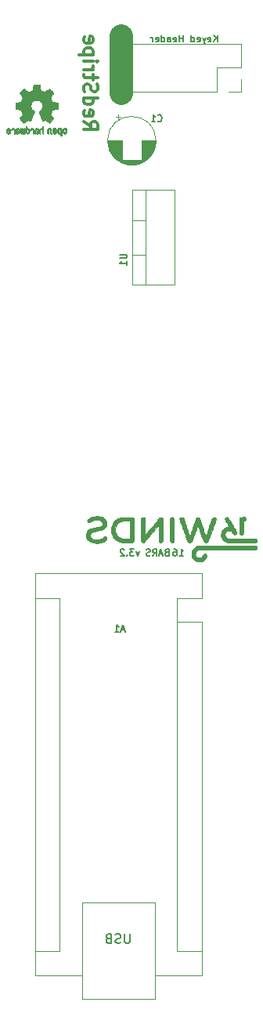
<source format=gbr>
%TF.GenerationSoftware,KiCad,Pcbnew,7.0.5*%
%TF.CreationDate,2023-09-13T13:06:11-07:00*%
%TF.ProjectId,16Bars,31364261-7273-42e6-9b69-6361645f7063,rev?*%
%TF.SameCoordinates,Original*%
%TF.FileFunction,Legend,Bot*%
%TF.FilePolarity,Positive*%
%FSLAX46Y46*%
G04 Gerber Fmt 4.6, Leading zero omitted, Abs format (unit mm)*
G04 Created by KiCad (PCBNEW 7.0.5) date 2023-09-13 13:06:11*
%MOMM*%
%LPD*%
G01*
G04 APERTURE LIST*
%ADD10C,0.375000*%
%ADD11C,2.500000*%
%ADD12C,0.150000*%
%ADD13C,0.120000*%
%ADD14C,0.010000*%
G04 APERTURE END LIST*
D10*
X67025571Y-44542856D02*
X67739857Y-45042856D01*
X67025571Y-45399999D02*
X68525571Y-45399999D01*
X68525571Y-45399999D02*
X68525571Y-44828570D01*
X68525571Y-44828570D02*
X68454142Y-44685713D01*
X68454142Y-44685713D02*
X68382714Y-44614284D01*
X68382714Y-44614284D02*
X68239857Y-44542856D01*
X68239857Y-44542856D02*
X68025571Y-44542856D01*
X68025571Y-44542856D02*
X67882714Y-44614284D01*
X67882714Y-44614284D02*
X67811285Y-44685713D01*
X67811285Y-44685713D02*
X67739857Y-44828570D01*
X67739857Y-44828570D02*
X67739857Y-45399999D01*
X67097000Y-43328570D02*
X67025571Y-43471427D01*
X67025571Y-43471427D02*
X67025571Y-43757142D01*
X67025571Y-43757142D02*
X67097000Y-43899999D01*
X67097000Y-43899999D02*
X67239857Y-43971427D01*
X67239857Y-43971427D02*
X67811285Y-43971427D01*
X67811285Y-43971427D02*
X67954142Y-43899999D01*
X67954142Y-43899999D02*
X68025571Y-43757142D01*
X68025571Y-43757142D02*
X68025571Y-43471427D01*
X68025571Y-43471427D02*
X67954142Y-43328570D01*
X67954142Y-43328570D02*
X67811285Y-43257142D01*
X67811285Y-43257142D02*
X67668428Y-43257142D01*
X67668428Y-43257142D02*
X67525571Y-43971427D01*
X67025571Y-41971428D02*
X68525571Y-41971428D01*
X67097000Y-41971428D02*
X67025571Y-42114285D01*
X67025571Y-42114285D02*
X67025571Y-42399999D01*
X67025571Y-42399999D02*
X67097000Y-42542856D01*
X67097000Y-42542856D02*
X67168428Y-42614285D01*
X67168428Y-42614285D02*
X67311285Y-42685713D01*
X67311285Y-42685713D02*
X67739857Y-42685713D01*
X67739857Y-42685713D02*
X67882714Y-42614285D01*
X67882714Y-42614285D02*
X67954142Y-42542856D01*
X67954142Y-42542856D02*
X68025571Y-42399999D01*
X68025571Y-42399999D02*
X68025571Y-42114285D01*
X68025571Y-42114285D02*
X67954142Y-41971428D01*
X67097000Y-41328570D02*
X67025571Y-41114285D01*
X67025571Y-41114285D02*
X67025571Y-40757142D01*
X67025571Y-40757142D02*
X67097000Y-40614285D01*
X67097000Y-40614285D02*
X67168428Y-40542856D01*
X67168428Y-40542856D02*
X67311285Y-40471427D01*
X67311285Y-40471427D02*
X67454142Y-40471427D01*
X67454142Y-40471427D02*
X67597000Y-40542856D01*
X67597000Y-40542856D02*
X67668428Y-40614285D01*
X67668428Y-40614285D02*
X67739857Y-40757142D01*
X67739857Y-40757142D02*
X67811285Y-41042856D01*
X67811285Y-41042856D02*
X67882714Y-41185713D01*
X67882714Y-41185713D02*
X67954142Y-41257142D01*
X67954142Y-41257142D02*
X68097000Y-41328570D01*
X68097000Y-41328570D02*
X68239857Y-41328570D01*
X68239857Y-41328570D02*
X68382714Y-41257142D01*
X68382714Y-41257142D02*
X68454142Y-41185713D01*
X68454142Y-41185713D02*
X68525571Y-41042856D01*
X68525571Y-41042856D02*
X68525571Y-40685713D01*
X68525571Y-40685713D02*
X68454142Y-40471427D01*
X68025571Y-40042856D02*
X68025571Y-39471428D01*
X68525571Y-39828571D02*
X67239857Y-39828571D01*
X67239857Y-39828571D02*
X67097000Y-39757142D01*
X67097000Y-39757142D02*
X67025571Y-39614285D01*
X67025571Y-39614285D02*
X67025571Y-39471428D01*
X67025571Y-38971428D02*
X68025571Y-38971428D01*
X67739857Y-38971428D02*
X67882714Y-38899999D01*
X67882714Y-38899999D02*
X67954142Y-38828571D01*
X67954142Y-38828571D02*
X68025571Y-38685713D01*
X68025571Y-38685713D02*
X68025571Y-38542856D01*
X67025571Y-38042857D02*
X68025571Y-38042857D01*
X68525571Y-38042857D02*
X68454142Y-38114285D01*
X68454142Y-38114285D02*
X68382714Y-38042857D01*
X68382714Y-38042857D02*
X68454142Y-37971428D01*
X68454142Y-37971428D02*
X68525571Y-38042857D01*
X68525571Y-38042857D02*
X68382714Y-38042857D01*
X68025571Y-37328571D02*
X66525571Y-37328571D01*
X67954142Y-37328571D02*
X68025571Y-37185714D01*
X68025571Y-37185714D02*
X68025571Y-36899999D01*
X68025571Y-36899999D02*
X67954142Y-36757142D01*
X67954142Y-36757142D02*
X67882714Y-36685714D01*
X67882714Y-36685714D02*
X67739857Y-36614285D01*
X67739857Y-36614285D02*
X67311285Y-36614285D01*
X67311285Y-36614285D02*
X67168428Y-36685714D01*
X67168428Y-36685714D02*
X67097000Y-36757142D01*
X67097000Y-36757142D02*
X67025571Y-36899999D01*
X67025571Y-36899999D02*
X67025571Y-37185714D01*
X67025571Y-37185714D02*
X67097000Y-37328571D01*
X67097000Y-35399999D02*
X67025571Y-35542856D01*
X67025571Y-35542856D02*
X67025571Y-35828571D01*
X67025571Y-35828571D02*
X67097000Y-35971428D01*
X67097000Y-35971428D02*
X67239857Y-36042856D01*
X67239857Y-36042856D02*
X67811285Y-36042856D01*
X67811285Y-36042856D02*
X67954142Y-35971428D01*
X67954142Y-35971428D02*
X68025571Y-35828571D01*
X68025571Y-35828571D02*
X68025571Y-35542856D01*
X68025571Y-35542856D02*
X67954142Y-35399999D01*
X67954142Y-35399999D02*
X67811285Y-35328571D01*
X67811285Y-35328571D02*
X67668428Y-35328571D01*
X67668428Y-35328571D02*
X67525571Y-36042856D01*
D11*
X71100000Y-35300000D02*
X71100000Y-41500000D01*
D12*
X75965713Y-91048142D02*
X75862856Y-91082428D01*
X75862856Y-91082428D02*
X75828570Y-91116714D01*
X75828570Y-91116714D02*
X75794284Y-91185285D01*
X75794284Y-91185285D02*
X75794284Y-91288142D01*
X75794284Y-91288142D02*
X75828570Y-91356714D01*
X75828570Y-91356714D02*
X75862856Y-91391000D01*
X75862856Y-91391000D02*
X75931427Y-91425285D01*
X75931427Y-91425285D02*
X76205713Y-91425285D01*
X76205713Y-91425285D02*
X76205713Y-90705285D01*
X76205713Y-90705285D02*
X75965713Y-90705285D01*
X75965713Y-90705285D02*
X75897142Y-90739571D01*
X75897142Y-90739571D02*
X75862856Y-90773857D01*
X75862856Y-90773857D02*
X75828570Y-90842428D01*
X75828570Y-90842428D02*
X75828570Y-90911000D01*
X75828570Y-90911000D02*
X75862856Y-90979571D01*
X75862856Y-90979571D02*
X75897142Y-91013857D01*
X75897142Y-91013857D02*
X75965713Y-91048142D01*
X75965713Y-91048142D02*
X76205713Y-91048142D01*
X75519999Y-91219571D02*
X75177142Y-91219571D01*
X75588570Y-91425285D02*
X75348570Y-90705285D01*
X75348570Y-90705285D02*
X75108570Y-91425285D01*
X74457141Y-91425285D02*
X74697141Y-91082428D01*
X74868570Y-91425285D02*
X74868570Y-90705285D01*
X74868570Y-90705285D02*
X74594284Y-90705285D01*
X74594284Y-90705285D02*
X74525713Y-90739571D01*
X74525713Y-90739571D02*
X74491427Y-90773857D01*
X74491427Y-90773857D02*
X74457141Y-90842428D01*
X74457141Y-90842428D02*
X74457141Y-90945285D01*
X74457141Y-90945285D02*
X74491427Y-91013857D01*
X74491427Y-91013857D02*
X74525713Y-91048142D01*
X74525713Y-91048142D02*
X74594284Y-91082428D01*
X74594284Y-91082428D02*
X74868570Y-91082428D01*
X74182856Y-91391000D02*
X74079999Y-91425285D01*
X74079999Y-91425285D02*
X73908570Y-91425285D01*
X73908570Y-91425285D02*
X73839999Y-91391000D01*
X73839999Y-91391000D02*
X73805713Y-91356714D01*
X73805713Y-91356714D02*
X73771427Y-91288142D01*
X73771427Y-91288142D02*
X73771427Y-91219571D01*
X73771427Y-91219571D02*
X73805713Y-91151000D01*
X73805713Y-91151000D02*
X73839999Y-91116714D01*
X73839999Y-91116714D02*
X73908570Y-91082428D01*
X73908570Y-91082428D02*
X74045713Y-91048142D01*
X74045713Y-91048142D02*
X74114284Y-91013857D01*
X74114284Y-91013857D02*
X74148570Y-90979571D01*
X74148570Y-90979571D02*
X74182856Y-90911000D01*
X74182856Y-90911000D02*
X74182856Y-90842428D01*
X74182856Y-90842428D02*
X74148570Y-90773857D01*
X74148570Y-90773857D02*
X74114284Y-90739571D01*
X74114284Y-90739571D02*
X74045713Y-90705285D01*
X74045713Y-90705285D02*
X73874284Y-90705285D01*
X73874284Y-90705285D02*
X73771427Y-90739571D01*
X72982856Y-90945285D02*
X72811428Y-91425285D01*
X72811428Y-91425285D02*
X72639999Y-90945285D01*
X72434285Y-90705285D02*
X71988571Y-90705285D01*
X71988571Y-90705285D02*
X72228571Y-90979571D01*
X72228571Y-90979571D02*
X72125714Y-90979571D01*
X72125714Y-90979571D02*
X72057143Y-91013857D01*
X72057143Y-91013857D02*
X72022857Y-91048142D01*
X72022857Y-91048142D02*
X71988571Y-91116714D01*
X71988571Y-91116714D02*
X71988571Y-91288142D01*
X71988571Y-91288142D02*
X72022857Y-91356714D01*
X72022857Y-91356714D02*
X72057143Y-91391000D01*
X72057143Y-91391000D02*
X72125714Y-91425285D01*
X72125714Y-91425285D02*
X72331428Y-91425285D01*
X72331428Y-91425285D02*
X72400000Y-91391000D01*
X72400000Y-91391000D02*
X72434285Y-91356714D01*
X71680000Y-91356714D02*
X71645714Y-91391000D01*
X71645714Y-91391000D02*
X71680000Y-91425285D01*
X71680000Y-91425285D02*
X71714286Y-91391000D01*
X71714286Y-91391000D02*
X71680000Y-91356714D01*
X71680000Y-91356714D02*
X71680000Y-91425285D01*
X71371429Y-90773857D02*
X71337143Y-90739571D01*
X71337143Y-90739571D02*
X71268572Y-90705285D01*
X71268572Y-90705285D02*
X71097143Y-90705285D01*
X71097143Y-90705285D02*
X71028572Y-90739571D01*
X71028572Y-90739571D02*
X70994286Y-90773857D01*
X70994286Y-90773857D02*
X70960000Y-90842428D01*
X70960000Y-90842428D02*
X70960000Y-90911000D01*
X70960000Y-90911000D02*
X70994286Y-91013857D01*
X70994286Y-91013857D02*
X71405714Y-91425285D01*
X71405714Y-91425285D02*
X70960000Y-91425285D01*
X77352744Y-91425285D02*
X77764173Y-91425285D01*
X77558458Y-91425285D02*
X77558458Y-90705285D01*
X77558458Y-90705285D02*
X77627030Y-90808142D01*
X77627030Y-90808142D02*
X77695601Y-90876714D01*
X77695601Y-90876714D02*
X77764173Y-90911000D01*
X76735602Y-90705285D02*
X76872744Y-90705285D01*
X76872744Y-90705285D02*
X76941316Y-90739571D01*
X76941316Y-90739571D02*
X76975602Y-90773857D01*
X76975602Y-90773857D02*
X77044173Y-90876714D01*
X77044173Y-90876714D02*
X77078459Y-91013857D01*
X77078459Y-91013857D02*
X77078459Y-91288142D01*
X77078459Y-91288142D02*
X77044173Y-91356714D01*
X77044173Y-91356714D02*
X77009887Y-91391000D01*
X77009887Y-91391000D02*
X76941316Y-91425285D01*
X76941316Y-91425285D02*
X76804173Y-91425285D01*
X76804173Y-91425285D02*
X76735602Y-91391000D01*
X76735602Y-91391000D02*
X76701316Y-91356714D01*
X76701316Y-91356714D02*
X76667030Y-91288142D01*
X76667030Y-91288142D02*
X76667030Y-91116714D01*
X76667030Y-91116714D02*
X76701316Y-91048142D01*
X76701316Y-91048142D02*
X76735602Y-91013857D01*
X76735602Y-91013857D02*
X76804173Y-90979571D01*
X76804173Y-90979571D02*
X76941316Y-90979571D01*
X76941316Y-90979571D02*
X77009887Y-91013857D01*
X77009887Y-91013857D02*
X77044173Y-91048142D01*
X77044173Y-91048142D02*
X77078459Y-91116714D01*
X81448571Y-35925285D02*
X81448571Y-35205285D01*
X81037142Y-35925285D02*
X81345714Y-35513857D01*
X81037142Y-35205285D02*
X81448571Y-35616714D01*
X80454285Y-35891000D02*
X80522857Y-35925285D01*
X80522857Y-35925285D02*
X80660000Y-35925285D01*
X80660000Y-35925285D02*
X80728571Y-35891000D01*
X80728571Y-35891000D02*
X80762857Y-35822428D01*
X80762857Y-35822428D02*
X80762857Y-35548142D01*
X80762857Y-35548142D02*
X80728571Y-35479571D01*
X80728571Y-35479571D02*
X80660000Y-35445285D01*
X80660000Y-35445285D02*
X80522857Y-35445285D01*
X80522857Y-35445285D02*
X80454285Y-35479571D01*
X80454285Y-35479571D02*
X80420000Y-35548142D01*
X80420000Y-35548142D02*
X80420000Y-35616714D01*
X80420000Y-35616714D02*
X80762857Y-35685285D01*
X80179999Y-35445285D02*
X80008571Y-35925285D01*
X79837142Y-35445285D02*
X80008571Y-35925285D01*
X80008571Y-35925285D02*
X80077142Y-36096714D01*
X80077142Y-36096714D02*
X80111428Y-36131000D01*
X80111428Y-36131000D02*
X80179999Y-36165285D01*
X79288571Y-35891000D02*
X79357143Y-35925285D01*
X79357143Y-35925285D02*
X79494286Y-35925285D01*
X79494286Y-35925285D02*
X79562857Y-35891000D01*
X79562857Y-35891000D02*
X79597143Y-35822428D01*
X79597143Y-35822428D02*
X79597143Y-35548142D01*
X79597143Y-35548142D02*
X79562857Y-35479571D01*
X79562857Y-35479571D02*
X79494286Y-35445285D01*
X79494286Y-35445285D02*
X79357143Y-35445285D01*
X79357143Y-35445285D02*
X79288571Y-35479571D01*
X79288571Y-35479571D02*
X79254286Y-35548142D01*
X79254286Y-35548142D02*
X79254286Y-35616714D01*
X79254286Y-35616714D02*
X79597143Y-35685285D01*
X78637143Y-35925285D02*
X78637143Y-35205285D01*
X78637143Y-35891000D02*
X78705714Y-35925285D01*
X78705714Y-35925285D02*
X78842857Y-35925285D01*
X78842857Y-35925285D02*
X78911428Y-35891000D01*
X78911428Y-35891000D02*
X78945714Y-35856714D01*
X78945714Y-35856714D02*
X78980000Y-35788142D01*
X78980000Y-35788142D02*
X78980000Y-35582428D01*
X78980000Y-35582428D02*
X78945714Y-35513857D01*
X78945714Y-35513857D02*
X78911428Y-35479571D01*
X78911428Y-35479571D02*
X78842857Y-35445285D01*
X78842857Y-35445285D02*
X78705714Y-35445285D01*
X78705714Y-35445285D02*
X78637143Y-35479571D01*
X77745714Y-35925285D02*
X77745714Y-35205285D01*
X77745714Y-35548142D02*
X77334285Y-35548142D01*
X77334285Y-35925285D02*
X77334285Y-35205285D01*
X76717142Y-35891000D02*
X76785714Y-35925285D01*
X76785714Y-35925285D02*
X76922857Y-35925285D01*
X76922857Y-35925285D02*
X76991428Y-35891000D01*
X76991428Y-35891000D02*
X77025714Y-35822428D01*
X77025714Y-35822428D02*
X77025714Y-35548142D01*
X77025714Y-35548142D02*
X76991428Y-35479571D01*
X76991428Y-35479571D02*
X76922857Y-35445285D01*
X76922857Y-35445285D02*
X76785714Y-35445285D01*
X76785714Y-35445285D02*
X76717142Y-35479571D01*
X76717142Y-35479571D02*
X76682857Y-35548142D01*
X76682857Y-35548142D02*
X76682857Y-35616714D01*
X76682857Y-35616714D02*
X77025714Y-35685285D01*
X76065714Y-35925285D02*
X76065714Y-35548142D01*
X76065714Y-35548142D02*
X76099999Y-35479571D01*
X76099999Y-35479571D02*
X76168571Y-35445285D01*
X76168571Y-35445285D02*
X76305714Y-35445285D01*
X76305714Y-35445285D02*
X76374285Y-35479571D01*
X76065714Y-35891000D02*
X76134285Y-35925285D01*
X76134285Y-35925285D02*
X76305714Y-35925285D01*
X76305714Y-35925285D02*
X76374285Y-35891000D01*
X76374285Y-35891000D02*
X76408571Y-35822428D01*
X76408571Y-35822428D02*
X76408571Y-35753857D01*
X76408571Y-35753857D02*
X76374285Y-35685285D01*
X76374285Y-35685285D02*
X76305714Y-35651000D01*
X76305714Y-35651000D02*
X76134285Y-35651000D01*
X76134285Y-35651000D02*
X76065714Y-35616714D01*
X75414285Y-35925285D02*
X75414285Y-35205285D01*
X75414285Y-35891000D02*
X75482856Y-35925285D01*
X75482856Y-35925285D02*
X75619999Y-35925285D01*
X75619999Y-35925285D02*
X75688570Y-35891000D01*
X75688570Y-35891000D02*
X75722856Y-35856714D01*
X75722856Y-35856714D02*
X75757142Y-35788142D01*
X75757142Y-35788142D02*
X75757142Y-35582428D01*
X75757142Y-35582428D02*
X75722856Y-35513857D01*
X75722856Y-35513857D02*
X75688570Y-35479571D01*
X75688570Y-35479571D02*
X75619999Y-35445285D01*
X75619999Y-35445285D02*
X75482856Y-35445285D01*
X75482856Y-35445285D02*
X75414285Y-35479571D01*
X74797141Y-35891000D02*
X74865713Y-35925285D01*
X74865713Y-35925285D02*
X75002856Y-35925285D01*
X75002856Y-35925285D02*
X75071427Y-35891000D01*
X75071427Y-35891000D02*
X75105713Y-35822428D01*
X75105713Y-35822428D02*
X75105713Y-35548142D01*
X75105713Y-35548142D02*
X75071427Y-35479571D01*
X75071427Y-35479571D02*
X75002856Y-35445285D01*
X75002856Y-35445285D02*
X74865713Y-35445285D01*
X74865713Y-35445285D02*
X74797141Y-35479571D01*
X74797141Y-35479571D02*
X74762856Y-35548142D01*
X74762856Y-35548142D02*
X74762856Y-35616714D01*
X74762856Y-35616714D02*
X75105713Y-35685285D01*
X74454284Y-35925285D02*
X74454284Y-35445285D01*
X74454284Y-35582428D02*
X74419998Y-35513857D01*
X74419998Y-35513857D02*
X74385713Y-35479571D01*
X74385713Y-35479571D02*
X74317141Y-35445285D01*
X74317141Y-35445285D02*
X74248570Y-35445285D01*
%TO.C,U1*%
X70905285Y-58891428D02*
X71488142Y-58891428D01*
X71488142Y-58891428D02*
X71556714Y-58925714D01*
X71556714Y-58925714D02*
X71591000Y-58960000D01*
X71591000Y-58960000D02*
X71625285Y-59028571D01*
X71625285Y-59028571D02*
X71625285Y-59165714D01*
X71625285Y-59165714D02*
X71591000Y-59234285D01*
X71591000Y-59234285D02*
X71556714Y-59268571D01*
X71556714Y-59268571D02*
X71488142Y-59302857D01*
X71488142Y-59302857D02*
X70905285Y-59302857D01*
X71625285Y-60022857D02*
X71625285Y-59611428D01*
X71625285Y-59817143D02*
X70905285Y-59817143D01*
X70905285Y-59817143D02*
X71008142Y-59748571D01*
X71008142Y-59748571D02*
X71076714Y-59680000D01*
X71076714Y-59680000D02*
X71111000Y-59611428D01*
%TO.C,C1*%
X75019999Y-44456714D02*
X75054285Y-44491000D01*
X75054285Y-44491000D02*
X75157142Y-44525285D01*
X75157142Y-44525285D02*
X75225714Y-44525285D01*
X75225714Y-44525285D02*
X75328571Y-44491000D01*
X75328571Y-44491000D02*
X75397142Y-44422428D01*
X75397142Y-44422428D02*
X75431428Y-44353857D01*
X75431428Y-44353857D02*
X75465714Y-44216714D01*
X75465714Y-44216714D02*
X75465714Y-44113857D01*
X75465714Y-44113857D02*
X75431428Y-43976714D01*
X75431428Y-43976714D02*
X75397142Y-43908142D01*
X75397142Y-43908142D02*
X75328571Y-43839571D01*
X75328571Y-43839571D02*
X75225714Y-43805285D01*
X75225714Y-43805285D02*
X75157142Y-43805285D01*
X75157142Y-43805285D02*
X75054285Y-43839571D01*
X75054285Y-43839571D02*
X75019999Y-43873857D01*
X74334285Y-44525285D02*
X74745714Y-44525285D01*
X74539999Y-44525285D02*
X74539999Y-43805285D01*
X74539999Y-43805285D02*
X74608571Y-43908142D01*
X74608571Y-43908142D02*
X74677142Y-43976714D01*
X74677142Y-43976714D02*
X74745714Y-44011000D01*
%TO.C,A1*%
X71414285Y-99419571D02*
X71071428Y-99419571D01*
X71482856Y-99625285D02*
X71242856Y-98905285D01*
X71242856Y-98905285D02*
X71002856Y-99625285D01*
X70385713Y-99625285D02*
X70797142Y-99625285D01*
X70591427Y-99625285D02*
X70591427Y-98905285D01*
X70591427Y-98905285D02*
X70659999Y-99008142D01*
X70659999Y-99008142D02*
X70728570Y-99076714D01*
X70728570Y-99076714D02*
X70797142Y-99111000D01*
X72001904Y-132264819D02*
X72001904Y-133074342D01*
X72001904Y-133074342D02*
X71954285Y-133169580D01*
X71954285Y-133169580D02*
X71906666Y-133217200D01*
X71906666Y-133217200D02*
X71811428Y-133264819D01*
X71811428Y-133264819D02*
X71620952Y-133264819D01*
X71620952Y-133264819D02*
X71525714Y-133217200D01*
X71525714Y-133217200D02*
X71478095Y-133169580D01*
X71478095Y-133169580D02*
X71430476Y-133074342D01*
X71430476Y-133074342D02*
X71430476Y-132264819D01*
X71001904Y-133217200D02*
X70859047Y-133264819D01*
X70859047Y-133264819D02*
X70620952Y-133264819D01*
X70620952Y-133264819D02*
X70525714Y-133217200D01*
X70525714Y-133217200D02*
X70478095Y-133169580D01*
X70478095Y-133169580D02*
X70430476Y-133074342D01*
X70430476Y-133074342D02*
X70430476Y-132979104D01*
X70430476Y-132979104D02*
X70478095Y-132883866D01*
X70478095Y-132883866D02*
X70525714Y-132836247D01*
X70525714Y-132836247D02*
X70620952Y-132788628D01*
X70620952Y-132788628D02*
X70811428Y-132741009D01*
X70811428Y-132741009D02*
X70906666Y-132693390D01*
X70906666Y-132693390D02*
X70954285Y-132645771D01*
X70954285Y-132645771D02*
X71001904Y-132550533D01*
X71001904Y-132550533D02*
X71001904Y-132455295D01*
X71001904Y-132455295D02*
X70954285Y-132360057D01*
X70954285Y-132360057D02*
X70906666Y-132312438D01*
X70906666Y-132312438D02*
X70811428Y-132264819D01*
X70811428Y-132264819D02*
X70573333Y-132264819D01*
X70573333Y-132264819D02*
X70430476Y-132312438D01*
X69668571Y-132741009D02*
X69525714Y-132788628D01*
X69525714Y-132788628D02*
X69478095Y-132836247D01*
X69478095Y-132836247D02*
X69430476Y-132931485D01*
X69430476Y-132931485D02*
X69430476Y-133074342D01*
X69430476Y-133074342D02*
X69478095Y-133169580D01*
X69478095Y-133169580D02*
X69525714Y-133217200D01*
X69525714Y-133217200D02*
X69620952Y-133264819D01*
X69620952Y-133264819D02*
X70001904Y-133264819D01*
X70001904Y-133264819D02*
X70001904Y-132264819D01*
X70001904Y-132264819D02*
X69668571Y-132264819D01*
X69668571Y-132264819D02*
X69573333Y-132312438D01*
X69573333Y-132312438D02*
X69525714Y-132360057D01*
X69525714Y-132360057D02*
X69478095Y-132455295D01*
X69478095Y-132455295D02*
X69478095Y-132550533D01*
X69478095Y-132550533D02*
X69525714Y-132645771D01*
X69525714Y-132645771D02*
X69573333Y-132693390D01*
X69573333Y-132693390D02*
X69668571Y-132741009D01*
X69668571Y-132741009D02*
X70001904Y-132741009D01*
D13*
%TO.C,J2*%
X82700000Y-41330000D02*
X84030000Y-41330000D01*
X81430000Y-41330000D02*
X71210000Y-41330000D01*
X84030000Y-38730000D02*
X84030000Y-36130000D01*
X81430000Y-41330000D02*
X81430000Y-38730000D01*
X84030000Y-41330000D02*
X84030000Y-40000000D01*
X81430000Y-38730000D02*
X84030000Y-38730000D01*
X71210000Y-41330000D02*
X71210000Y-36130000D01*
X84030000Y-36130000D02*
X71210000Y-36130000D01*
%TO.C,U1*%
X72230000Y-51920000D02*
X72230000Y-62160000D01*
X72230000Y-55190000D02*
X73740000Y-55190000D01*
X72230000Y-58891000D02*
X73740000Y-58891000D01*
X72230000Y-51920000D02*
X76871000Y-51920000D01*
X76871000Y-51920000D02*
X76871000Y-62160000D01*
X72230000Y-62160000D02*
X76871000Y-62160000D01*
X73740000Y-51920000D02*
X73740000Y-62160000D01*
%TO.C,Ref\u002A\u002A*%
D14*
X84490944Y-87300883D02*
X84542162Y-87376477D01*
X84553606Y-87462584D01*
X84523665Y-87556814D01*
X84520188Y-87563375D01*
X84483144Y-87612083D01*
X84431816Y-87636385D01*
X84352904Y-87642994D01*
X84281638Y-87642994D01*
X84268882Y-89015480D01*
X84218627Y-89068943D01*
X84216930Y-89070728D01*
X84168869Y-89110034D01*
X84123377Y-89131422D01*
X84070605Y-89136087D01*
X83976394Y-89117779D01*
X83898466Y-89069224D01*
X83845549Y-89017850D01*
X83845549Y-87347824D01*
X83893706Y-87299618D01*
X83898760Y-87294674D01*
X83923985Y-87275044D01*
X83956389Y-87261864D01*
X84004760Y-87253461D01*
X84077887Y-87248164D01*
X84184559Y-87244303D01*
X84427255Y-87237194D01*
X84490944Y-87300883D01*
G36*
X84490944Y-87300883D02*
G01*
X84542162Y-87376477D01*
X84553606Y-87462584D01*
X84523665Y-87556814D01*
X84520188Y-87563375D01*
X84483144Y-87612083D01*
X84431816Y-87636385D01*
X84352904Y-87642994D01*
X84281638Y-87642994D01*
X84268882Y-89015480D01*
X84218627Y-89068943D01*
X84216930Y-89070728D01*
X84168869Y-89110034D01*
X84123377Y-89131422D01*
X84070605Y-89136087D01*
X83976394Y-89117779D01*
X83898466Y-89069224D01*
X83845549Y-89017850D01*
X83845549Y-87347824D01*
X83893706Y-87299618D01*
X83898760Y-87294674D01*
X83923985Y-87275044D01*
X83956389Y-87261864D01*
X84004760Y-87253461D01*
X84077887Y-87248164D01*
X84184559Y-87244303D01*
X84427255Y-87237194D01*
X84490944Y-87300883D01*
G37*
X76570635Y-87242055D02*
X76637829Y-87262775D01*
X76701964Y-87300842D01*
X76743505Y-87345489D01*
X76747198Y-87362879D01*
X76751931Y-87423315D01*
X76755968Y-87524927D01*
X76759296Y-87667034D01*
X76761905Y-87848956D01*
X76763783Y-88070014D01*
X76764918Y-88329527D01*
X76765299Y-88626815D01*
X76765299Y-89867419D01*
X76713345Y-89919373D01*
X76681720Y-89945816D01*
X76630852Y-89965938D01*
X76556476Y-89971328D01*
X76542641Y-89971251D01*
X76479463Y-89965876D01*
X76436942Y-89946682D01*
X76396764Y-89906204D01*
X76341966Y-89841080D01*
X76341966Y-88626616D01*
X76342192Y-88361960D01*
X76342957Y-88119690D01*
X76344308Y-87915311D01*
X76346289Y-87746535D01*
X76348947Y-87611075D01*
X76352327Y-87506645D01*
X76356474Y-87430955D01*
X76361435Y-87381721D01*
X76367253Y-87356653D01*
X76410274Y-87301443D01*
X76479088Y-87257917D01*
X76553632Y-87240828D01*
X76570635Y-87242055D01*
G36*
X76570635Y-87242055D02*
G01*
X76637829Y-87262775D01*
X76701964Y-87300842D01*
X76743505Y-87345489D01*
X76747198Y-87362879D01*
X76751931Y-87423315D01*
X76755968Y-87524927D01*
X76759296Y-87667034D01*
X76761905Y-87848956D01*
X76763783Y-88070014D01*
X76764918Y-88329527D01*
X76765299Y-88626815D01*
X76765299Y-89867419D01*
X76713345Y-89919373D01*
X76681720Y-89945816D01*
X76630852Y-89965938D01*
X76556476Y-89971328D01*
X76542641Y-89971251D01*
X76479463Y-89965876D01*
X76436942Y-89946682D01*
X76396764Y-89906204D01*
X76341966Y-89841080D01*
X76341966Y-88626616D01*
X76342192Y-88361960D01*
X76342957Y-88119690D01*
X76344308Y-87915311D01*
X76346289Y-87746535D01*
X76348947Y-87611075D01*
X76352327Y-87506645D01*
X76356474Y-87430955D01*
X76361435Y-87381721D01*
X76367253Y-87356653D01*
X76410274Y-87301443D01*
X76479088Y-87257917D01*
X76553632Y-87240828D01*
X76570635Y-87242055D01*
G37*
X72415549Y-89869153D02*
X72356161Y-89920241D01*
X72296772Y-89971328D01*
X71699994Y-89971015D01*
X71610564Y-89970864D01*
X71433131Y-89969661D01*
X71290583Y-89967081D01*
X71177740Y-89962892D01*
X71089421Y-89956864D01*
X71020446Y-89948768D01*
X70965632Y-89938372D01*
X70784049Y-89881646D01*
X70585932Y-89781934D01*
X70412790Y-89650645D01*
X70266647Y-89490527D01*
X70149523Y-89304323D01*
X70063439Y-89094781D01*
X70010418Y-88864645D01*
X69992482Y-88616661D01*
X69993948Y-88577616D01*
X70420776Y-88577616D01*
X70430466Y-88775170D01*
X70475160Y-88959902D01*
X70552202Y-89127649D01*
X70658936Y-89274249D01*
X70792704Y-89395540D01*
X70950849Y-89487358D01*
X71130716Y-89545540D01*
X71167323Y-89551077D01*
X71249736Y-89558266D01*
X71357908Y-89563998D01*
X71482022Y-89567790D01*
X71612258Y-89569161D01*
X71981632Y-89569161D01*
X71981632Y-87664161D01*
X71568215Y-87664161D01*
X71495623Y-87664253D01*
X71364233Y-87665309D01*
X71264125Y-87668040D01*
X71187718Y-87673055D01*
X71127436Y-87680965D01*
X71075699Y-87692380D01*
X71024928Y-87707911D01*
X70984247Y-87722612D01*
X70815351Y-87809166D01*
X70674811Y-87926684D01*
X70563613Y-88073926D01*
X70482742Y-88249651D01*
X70433185Y-88452620D01*
X70420776Y-88577616D01*
X69993948Y-88577616D01*
X69997552Y-88481651D01*
X70033658Y-88240172D01*
X70103315Y-88019643D01*
X70205174Y-87822429D01*
X70337884Y-87650892D01*
X70500098Y-87507395D01*
X70690466Y-87394302D01*
X70722081Y-87379348D01*
X70802187Y-87343132D01*
X70874966Y-87314465D01*
X70946626Y-87292468D01*
X71023373Y-87276265D01*
X71111415Y-87264976D01*
X71216958Y-87257725D01*
X71346210Y-87253632D01*
X71505378Y-87251820D01*
X71700669Y-87251411D01*
X72298122Y-87251411D01*
X72356836Y-87310097D01*
X72415549Y-87368783D01*
X72415549Y-87664161D01*
X72415549Y-89869153D01*
G36*
X72415549Y-89869153D02*
G01*
X72356161Y-89920241D01*
X72296772Y-89971328D01*
X71699994Y-89971015D01*
X71610564Y-89970864D01*
X71433131Y-89969661D01*
X71290583Y-89967081D01*
X71177740Y-89962892D01*
X71089421Y-89956864D01*
X71020446Y-89948768D01*
X70965632Y-89938372D01*
X70784049Y-89881646D01*
X70585932Y-89781934D01*
X70412790Y-89650645D01*
X70266647Y-89490527D01*
X70149523Y-89304323D01*
X70063439Y-89094781D01*
X70010418Y-88864645D01*
X69992482Y-88616661D01*
X69993948Y-88577616D01*
X70420776Y-88577616D01*
X70430466Y-88775170D01*
X70475160Y-88959902D01*
X70552202Y-89127649D01*
X70658936Y-89274249D01*
X70792704Y-89395540D01*
X70950849Y-89487358D01*
X71130716Y-89545540D01*
X71167323Y-89551077D01*
X71249736Y-89558266D01*
X71357908Y-89563998D01*
X71482022Y-89567790D01*
X71612258Y-89569161D01*
X71981632Y-89569161D01*
X71981632Y-87664161D01*
X71568215Y-87664161D01*
X71495623Y-87664253D01*
X71364233Y-87665309D01*
X71264125Y-87668040D01*
X71187718Y-87673055D01*
X71127436Y-87680965D01*
X71075699Y-87692380D01*
X71024928Y-87707911D01*
X70984247Y-87722612D01*
X70815351Y-87809166D01*
X70674811Y-87926684D01*
X70563613Y-88073926D01*
X70482742Y-88249651D01*
X70433185Y-88452620D01*
X70420776Y-88577616D01*
X69993948Y-88577616D01*
X69997552Y-88481651D01*
X70033658Y-88240172D01*
X70103315Y-88019643D01*
X70205174Y-87822429D01*
X70337884Y-87650892D01*
X70500098Y-87507395D01*
X70690466Y-87394302D01*
X70722081Y-87379348D01*
X70802187Y-87343132D01*
X70874966Y-87314465D01*
X70946626Y-87292468D01*
X71023373Y-87276265D01*
X71111415Y-87264976D01*
X71216958Y-87257725D01*
X71346210Y-87253632D01*
X71505378Y-87251820D01*
X71700669Y-87251411D01*
X72298122Y-87251411D01*
X72356836Y-87310097D01*
X72415549Y-87368783D01*
X72415549Y-87664161D01*
X72415549Y-89869153D01*
G37*
X85698990Y-90413929D02*
X85724152Y-90443102D01*
X85759368Y-90522719D01*
X85753592Y-90606407D01*
X85706677Y-90688964D01*
X85652221Y-90753681D01*
X82526385Y-90759379D01*
X82328288Y-90759734D01*
X81916887Y-90760448D01*
X81544849Y-90761116D01*
X81210123Y-90761812D01*
X80910660Y-90762609D01*
X80644410Y-90763580D01*
X80409323Y-90764798D01*
X80203349Y-90766336D01*
X80024439Y-90768267D01*
X79870542Y-90770665D01*
X79739608Y-90773603D01*
X79629589Y-90777153D01*
X79538433Y-90781388D01*
X79464090Y-90786383D01*
X79404512Y-90792210D01*
X79357648Y-90798941D01*
X79321448Y-90806652D01*
X79293862Y-90815413D01*
X79272841Y-90825299D01*
X79256334Y-90836382D01*
X79242292Y-90848736D01*
X79228665Y-90862434D01*
X79213402Y-90877549D01*
X79196189Y-90894867D01*
X79124757Y-90997510D01*
X79081672Y-91116466D01*
X79069971Y-91239721D01*
X79092688Y-91355260D01*
X79116648Y-91403922D01*
X79187396Y-91492631D01*
X79279928Y-91566343D01*
X79380863Y-91613086D01*
X79466971Y-91630329D01*
X79594348Y-91624254D01*
X79709561Y-91578451D01*
X79810315Y-91493997D01*
X79894317Y-91371970D01*
X79905199Y-91351846D01*
X79953389Y-91274073D01*
X79998994Y-91227518D01*
X80051516Y-91204914D01*
X80120453Y-91198995D01*
X80179703Y-91209025D01*
X80251442Y-91250745D01*
X80301997Y-91315524D01*
X80320834Y-91393158D01*
X80320719Y-91399696D01*
X80298292Y-91513672D01*
X80241273Y-91631431D01*
X80155601Y-91746182D01*
X80047216Y-91851136D01*
X79922055Y-91939504D01*
X79786059Y-92004497D01*
X79679471Y-92031227D01*
X79537855Y-92043505D01*
X79388619Y-92037521D01*
X79247359Y-92014007D01*
X79129670Y-91973695D01*
X79085136Y-91950196D01*
X78946304Y-91849017D01*
X78825047Y-91717665D01*
X78730143Y-91565117D01*
X78723937Y-91552458D01*
X78694080Y-91487719D01*
X78675269Y-91433168D01*
X78664983Y-91375677D01*
X78660702Y-91302118D01*
X78659903Y-91199365D01*
X78660567Y-91118846D01*
X78664464Y-91035472D01*
X78673746Y-90972254D01*
X78690538Y-90916365D01*
X78716965Y-90854980D01*
X78759020Y-90777721D01*
X78863385Y-90640448D01*
X78992139Y-90521042D01*
X79133621Y-90431356D01*
X79272647Y-90362911D01*
X82454747Y-90357349D01*
X85636848Y-90351787D01*
X85698990Y-90413929D01*
G36*
X85698990Y-90413929D02*
G01*
X85724152Y-90443102D01*
X85759368Y-90522719D01*
X85753592Y-90606407D01*
X85706677Y-90688964D01*
X85652221Y-90753681D01*
X82526385Y-90759379D01*
X82328288Y-90759734D01*
X81916887Y-90760448D01*
X81544849Y-90761116D01*
X81210123Y-90761812D01*
X80910660Y-90762609D01*
X80644410Y-90763580D01*
X80409323Y-90764798D01*
X80203349Y-90766336D01*
X80024439Y-90768267D01*
X79870542Y-90770665D01*
X79739608Y-90773603D01*
X79629589Y-90777153D01*
X79538433Y-90781388D01*
X79464090Y-90786383D01*
X79404512Y-90792210D01*
X79357648Y-90798941D01*
X79321448Y-90806652D01*
X79293862Y-90815413D01*
X79272841Y-90825299D01*
X79256334Y-90836382D01*
X79242292Y-90848736D01*
X79228665Y-90862434D01*
X79213402Y-90877549D01*
X79196189Y-90894867D01*
X79124757Y-90997510D01*
X79081672Y-91116466D01*
X79069971Y-91239721D01*
X79092688Y-91355260D01*
X79116648Y-91403922D01*
X79187396Y-91492631D01*
X79279928Y-91566343D01*
X79380863Y-91613086D01*
X79466971Y-91630329D01*
X79594348Y-91624254D01*
X79709561Y-91578451D01*
X79810315Y-91493997D01*
X79894317Y-91371970D01*
X79905199Y-91351846D01*
X79953389Y-91274073D01*
X79998994Y-91227518D01*
X80051516Y-91204914D01*
X80120453Y-91198995D01*
X80179703Y-91209025D01*
X80251442Y-91250745D01*
X80301997Y-91315524D01*
X80320834Y-91393158D01*
X80320719Y-91399696D01*
X80298292Y-91513672D01*
X80241273Y-91631431D01*
X80155601Y-91746182D01*
X80047216Y-91851136D01*
X79922055Y-91939504D01*
X79786059Y-92004497D01*
X79679471Y-92031227D01*
X79537855Y-92043505D01*
X79388619Y-92037521D01*
X79247359Y-92014007D01*
X79129670Y-91973695D01*
X79085136Y-91950196D01*
X78946304Y-91849017D01*
X78825047Y-91717665D01*
X78730143Y-91565117D01*
X78723937Y-91552458D01*
X78694080Y-91487719D01*
X78675269Y-91433168D01*
X78664983Y-91375677D01*
X78660702Y-91302118D01*
X78659903Y-91199365D01*
X78660567Y-91118846D01*
X78664464Y-91035472D01*
X78673746Y-90972254D01*
X78690538Y-90916365D01*
X78716965Y-90854980D01*
X78759020Y-90777721D01*
X78863385Y-90640448D01*
X78992139Y-90521042D01*
X79133621Y-90431356D01*
X79272647Y-90362911D01*
X82454747Y-90357349D01*
X85636848Y-90351787D01*
X85698990Y-90413929D01*
G37*
X73493901Y-87263216D02*
X73571766Y-87317692D01*
X73622049Y-87371194D01*
X73632632Y-88296860D01*
X73643216Y-89222526D01*
X74309966Y-88378171D01*
X74445663Y-88206311D01*
X74599865Y-88011061D01*
X74731353Y-87844805D01*
X74842141Y-87705179D01*
X74934246Y-87589816D01*
X75009685Y-87496352D01*
X75070473Y-87422422D01*
X75118627Y-87365660D01*
X75156162Y-87323700D01*
X75185094Y-87294178D01*
X75207441Y-87274728D01*
X75225217Y-87262986D01*
X75240439Y-87256584D01*
X75255122Y-87253160D01*
X75271284Y-87250346D01*
X75273835Y-87249890D01*
X75346736Y-87248102D01*
X75419771Y-87261518D01*
X75429212Y-87264555D01*
X75456248Y-87273094D01*
X75479245Y-87282473D01*
X75498527Y-87295884D01*
X75514423Y-87316518D01*
X75527256Y-87347567D01*
X75537355Y-87392223D01*
X75545044Y-87453677D01*
X75550650Y-87535123D01*
X75554499Y-87639750D01*
X75556916Y-87770752D01*
X75558229Y-87931319D01*
X75558763Y-88124644D01*
X75558845Y-88353918D01*
X75558799Y-88622333D01*
X75558799Y-89867419D01*
X75506845Y-89919373D01*
X75477634Y-89944174D01*
X75426384Y-89965558D01*
X75352086Y-89971328D01*
X75297096Y-89969418D01*
X75251646Y-89958434D01*
X75208512Y-89931197D01*
X75151898Y-89880545D01*
X75151081Y-89869772D01*
X75149571Y-89821321D01*
X75147725Y-89737849D01*
X75145617Y-89623656D01*
X75143320Y-89483045D01*
X75140907Y-89320316D01*
X75138450Y-89139770D01*
X75136023Y-88945710D01*
X75124882Y-88015343D01*
X74373466Y-88955685D01*
X74272133Y-89082363D01*
X74137576Y-89250155D01*
X74011913Y-89406378D01*
X73897642Y-89547954D01*
X73797258Y-89671804D01*
X73713259Y-89774851D01*
X73648142Y-89854015D01*
X73604402Y-89906219D01*
X73584536Y-89928386D01*
X73555793Y-89948767D01*
X73499869Y-89975267D01*
X73496473Y-89976278D01*
X73410617Y-89983311D01*
X73325024Y-89961240D01*
X73253125Y-89915725D01*
X73208354Y-89852426D01*
X73207385Y-89848802D01*
X73203268Y-89807578D01*
X73199543Y-89727681D01*
X73196258Y-89612103D01*
X73193462Y-89463832D01*
X73191203Y-89285861D01*
X73189530Y-89081180D01*
X73188490Y-88852779D01*
X73188132Y-88603649D01*
X73188129Y-88362718D01*
X73188315Y-88131748D01*
X73189020Y-87936989D01*
X73190573Y-87775216D01*
X73193306Y-87643203D01*
X73197548Y-87537725D01*
X73203629Y-87455555D01*
X73211879Y-87393470D01*
X73222629Y-87348243D01*
X73236208Y-87316649D01*
X73252947Y-87295463D01*
X73273175Y-87281458D01*
X73297223Y-87271409D01*
X73325421Y-87262092D01*
X73401584Y-87247625D01*
X73493901Y-87263216D01*
G36*
X73493901Y-87263216D02*
G01*
X73571766Y-87317692D01*
X73622049Y-87371194D01*
X73632632Y-88296860D01*
X73643216Y-89222526D01*
X74309966Y-88378171D01*
X74445663Y-88206311D01*
X74599865Y-88011061D01*
X74731353Y-87844805D01*
X74842141Y-87705179D01*
X74934246Y-87589816D01*
X75009685Y-87496352D01*
X75070473Y-87422422D01*
X75118627Y-87365660D01*
X75156162Y-87323700D01*
X75185094Y-87294178D01*
X75207441Y-87274728D01*
X75225217Y-87262986D01*
X75240439Y-87256584D01*
X75255122Y-87253160D01*
X75271284Y-87250346D01*
X75273835Y-87249890D01*
X75346736Y-87248102D01*
X75419771Y-87261518D01*
X75429212Y-87264555D01*
X75456248Y-87273094D01*
X75479245Y-87282473D01*
X75498527Y-87295884D01*
X75514423Y-87316518D01*
X75527256Y-87347567D01*
X75537355Y-87392223D01*
X75545044Y-87453677D01*
X75550650Y-87535123D01*
X75554499Y-87639750D01*
X75556916Y-87770752D01*
X75558229Y-87931319D01*
X75558763Y-88124644D01*
X75558845Y-88353918D01*
X75558799Y-88622333D01*
X75558799Y-89867419D01*
X75506845Y-89919373D01*
X75477634Y-89944174D01*
X75426384Y-89965558D01*
X75352086Y-89971328D01*
X75297096Y-89969418D01*
X75251646Y-89958434D01*
X75208512Y-89931197D01*
X75151898Y-89880545D01*
X75151081Y-89869772D01*
X75149571Y-89821321D01*
X75147725Y-89737849D01*
X75145617Y-89623656D01*
X75143320Y-89483045D01*
X75140907Y-89320316D01*
X75138450Y-89139770D01*
X75136023Y-88945710D01*
X75124882Y-88015343D01*
X74373466Y-88955685D01*
X74272133Y-89082363D01*
X74137576Y-89250155D01*
X74011913Y-89406378D01*
X73897642Y-89547954D01*
X73797258Y-89671804D01*
X73713259Y-89774851D01*
X73648142Y-89854015D01*
X73604402Y-89906219D01*
X73584536Y-89928386D01*
X73555793Y-89948767D01*
X73499869Y-89975267D01*
X73496473Y-89976278D01*
X73410617Y-89983311D01*
X73325024Y-89961240D01*
X73253125Y-89915725D01*
X73208354Y-89852426D01*
X73207385Y-89848802D01*
X73203268Y-89807578D01*
X73199543Y-89727681D01*
X73196258Y-89612103D01*
X73193462Y-89463832D01*
X73191203Y-89285861D01*
X73189530Y-89081180D01*
X73188490Y-88852779D01*
X73188132Y-88603649D01*
X73188129Y-88362718D01*
X73188315Y-88131748D01*
X73189020Y-87936989D01*
X73190573Y-87775216D01*
X73193306Y-87643203D01*
X73197548Y-87537725D01*
X73203629Y-87455555D01*
X73211879Y-87393470D01*
X73222629Y-87348243D01*
X73236208Y-87316649D01*
X73252947Y-87295463D01*
X73273175Y-87281458D01*
X73297223Y-87271409D01*
X73325421Y-87262092D01*
X73401584Y-87247625D01*
X73493901Y-87263216D01*
G37*
X83263483Y-88374248D02*
X83338036Y-88506173D01*
X83402862Y-88622844D01*
X83455162Y-88719464D01*
X83492138Y-88791236D01*
X83510989Y-88833365D01*
X83514216Y-88843187D01*
X83528155Y-88943091D01*
X83506237Y-89028597D01*
X83451384Y-89093661D01*
X83366516Y-89132240D01*
X83324803Y-89138386D01*
X83245330Y-89123908D01*
X83176424Y-89070620D01*
X83115522Y-88976936D01*
X83096773Y-88941850D01*
X83013457Y-88826834D01*
X82914332Y-88750266D01*
X82796643Y-88710516D01*
X82657636Y-88705954D01*
X82614459Y-88712039D01*
X82501631Y-88753515D01*
X82406512Y-88824984D01*
X82333901Y-88919003D01*
X82288600Y-89028127D01*
X82275410Y-89144911D01*
X82299130Y-89261910D01*
X82347319Y-89363279D01*
X82415721Y-89447373D01*
X82508758Y-89511543D01*
X82596716Y-89558578D01*
X84127852Y-89569161D01*
X85658988Y-89579745D01*
X85710060Y-89639133D01*
X85739782Y-89685989D01*
X85757342Y-89768123D01*
X85742257Y-89850882D01*
X85697468Y-89922634D01*
X85625917Y-89971750D01*
X85608366Y-89974494D01*
X85550405Y-89977983D01*
X85457331Y-89981053D01*
X85333357Y-89983705D01*
X85182697Y-89985940D01*
X85009566Y-89987760D01*
X84818177Y-89989167D01*
X84612745Y-89990163D01*
X84397484Y-89990748D01*
X84176608Y-89990925D01*
X83954331Y-89990695D01*
X83734868Y-89990059D01*
X83522431Y-89989021D01*
X83321237Y-89987580D01*
X83135498Y-89985739D01*
X82969429Y-89983499D01*
X82827243Y-89980862D01*
X82713156Y-89977829D01*
X82631381Y-89974403D01*
X82586132Y-89970584D01*
X82431446Y-89932397D01*
X82263313Y-89853961D01*
X82118884Y-89743628D01*
X82001925Y-89605119D01*
X81916199Y-89442153D01*
X81865472Y-89258451D01*
X81854381Y-89132170D01*
X81868875Y-88986408D01*
X81914458Y-88828328D01*
X81937308Y-88771471D01*
X82029909Y-88610496D01*
X82151750Y-88479122D01*
X82300531Y-88379024D01*
X82473949Y-88311873D01*
X82614130Y-88288578D01*
X82861299Y-88288578D01*
X82871882Y-88299161D01*
X82882466Y-88288578D01*
X82871882Y-88277995D01*
X82861299Y-88288578D01*
X82614130Y-88288578D01*
X82669703Y-88279343D01*
X82713291Y-88276130D01*
X82778946Y-88270144D01*
X82808119Y-88264603D01*
X82804784Y-88258393D01*
X82772913Y-88250401D01*
X82766133Y-88248950D01*
X82739244Y-88240887D01*
X82714627Y-88226401D01*
X82688415Y-88200431D01*
X82656741Y-88157913D01*
X82615737Y-88093786D01*
X82561535Y-88002987D01*
X82490268Y-87880455D01*
X82489155Y-87878532D01*
X82424318Y-87763943D01*
X82366827Y-87657609D01*
X82320275Y-87566551D01*
X82288252Y-87497790D01*
X82274351Y-87458348D01*
X82273795Y-87454810D01*
X82273060Y-87407985D01*
X82292120Y-87366743D01*
X82337921Y-87315473D01*
X82358060Y-87296902D01*
X82439323Y-87249457D01*
X82522003Y-87240751D01*
X82599812Y-87271833D01*
X82616584Y-87291883D01*
X82652735Y-87345258D01*
X82704348Y-87426547D01*
X82768625Y-87530953D01*
X82842766Y-87653679D01*
X82923973Y-87789930D01*
X83009447Y-87934909D01*
X83096390Y-88083819D01*
X83182001Y-88231864D01*
X83214457Y-88288578D01*
X83263483Y-88374248D01*
G36*
X83263483Y-88374248D02*
G01*
X83338036Y-88506173D01*
X83402862Y-88622844D01*
X83455162Y-88719464D01*
X83492138Y-88791236D01*
X83510989Y-88833365D01*
X83514216Y-88843187D01*
X83528155Y-88943091D01*
X83506237Y-89028597D01*
X83451384Y-89093661D01*
X83366516Y-89132240D01*
X83324803Y-89138386D01*
X83245330Y-89123908D01*
X83176424Y-89070620D01*
X83115522Y-88976936D01*
X83096773Y-88941850D01*
X83013457Y-88826834D01*
X82914332Y-88750266D01*
X82796643Y-88710516D01*
X82657636Y-88705954D01*
X82614459Y-88712039D01*
X82501631Y-88753515D01*
X82406512Y-88824984D01*
X82333901Y-88919003D01*
X82288600Y-89028127D01*
X82275410Y-89144911D01*
X82299130Y-89261910D01*
X82347319Y-89363279D01*
X82415721Y-89447373D01*
X82508758Y-89511543D01*
X82596716Y-89558578D01*
X84127852Y-89569161D01*
X85658988Y-89579745D01*
X85710060Y-89639133D01*
X85739782Y-89685989D01*
X85757342Y-89768123D01*
X85742257Y-89850882D01*
X85697468Y-89922634D01*
X85625917Y-89971750D01*
X85608366Y-89974494D01*
X85550405Y-89977983D01*
X85457331Y-89981053D01*
X85333357Y-89983705D01*
X85182697Y-89985940D01*
X85009566Y-89987760D01*
X84818177Y-89989167D01*
X84612745Y-89990163D01*
X84397484Y-89990748D01*
X84176608Y-89990925D01*
X83954331Y-89990695D01*
X83734868Y-89990059D01*
X83522431Y-89989021D01*
X83321237Y-89987580D01*
X83135498Y-89985739D01*
X82969429Y-89983499D01*
X82827243Y-89980862D01*
X82713156Y-89977829D01*
X82631381Y-89974403D01*
X82586132Y-89970584D01*
X82431446Y-89932397D01*
X82263313Y-89853961D01*
X82118884Y-89743628D01*
X82001925Y-89605119D01*
X81916199Y-89442153D01*
X81865472Y-89258451D01*
X81854381Y-89132170D01*
X81868875Y-88986408D01*
X81914458Y-88828328D01*
X81937308Y-88771471D01*
X82029909Y-88610496D01*
X82151750Y-88479122D01*
X82300531Y-88379024D01*
X82473949Y-88311873D01*
X82614130Y-88288578D01*
X82861299Y-88288578D01*
X82871882Y-88299161D01*
X82882466Y-88288578D01*
X82871882Y-88277995D01*
X82861299Y-88288578D01*
X82614130Y-88288578D01*
X82669703Y-88279343D01*
X82713291Y-88276130D01*
X82778946Y-88270144D01*
X82808119Y-88264603D01*
X82804784Y-88258393D01*
X82772913Y-88250401D01*
X82766133Y-88248950D01*
X82739244Y-88240887D01*
X82714627Y-88226401D01*
X82688415Y-88200431D01*
X82656741Y-88157913D01*
X82615737Y-88093786D01*
X82561535Y-88002987D01*
X82490268Y-87880455D01*
X82489155Y-87878532D01*
X82424318Y-87763943D01*
X82366827Y-87657609D01*
X82320275Y-87566551D01*
X82288252Y-87497790D01*
X82274351Y-87458348D01*
X82273795Y-87454810D01*
X82273060Y-87407985D01*
X82292120Y-87366743D01*
X82337921Y-87315473D01*
X82358060Y-87296902D01*
X82439323Y-87249457D01*
X82522003Y-87240751D01*
X82599812Y-87271833D01*
X82616584Y-87291883D01*
X82652735Y-87345258D01*
X82704348Y-87426547D01*
X82768625Y-87530953D01*
X82842766Y-87653679D01*
X82923973Y-87789930D01*
X83009447Y-87934909D01*
X83096390Y-88083819D01*
X83182001Y-88231864D01*
X83214457Y-88288578D01*
X83263483Y-88374248D01*
G37*
X68544464Y-87161073D02*
X68749622Y-87190558D01*
X68940319Y-87244294D01*
X69109379Y-87321626D01*
X69249624Y-87421899D01*
X69272744Y-87443308D01*
X69357354Y-87536970D01*
X69412940Y-87634181D01*
X69445028Y-87747244D01*
X69459144Y-87888465D01*
X69459938Y-87909148D01*
X69456462Y-88060946D01*
X69433042Y-88184934D01*
X69386833Y-88290987D01*
X69314992Y-88388980D01*
X69234835Y-88466894D01*
X69136351Y-88535002D01*
X69016778Y-88592522D01*
X68870818Y-88641565D01*
X68693175Y-88684247D01*
X68478549Y-88722681D01*
X68355324Y-88743355D01*
X68179786Y-88779298D01*
X68039440Y-88818530D01*
X67929810Y-88863020D01*
X67846422Y-88914740D01*
X67784803Y-88975660D01*
X67740476Y-89047751D01*
X67736899Y-89055531D01*
X67708063Y-89168205D01*
X67716798Y-89282463D01*
X67759492Y-89391702D01*
X67832534Y-89489317D01*
X67932313Y-89568706D01*
X68055216Y-89623265D01*
X68135002Y-89643561D01*
X68321737Y-89667910D01*
X68513903Y-89665155D01*
X68698312Y-89635984D01*
X68861773Y-89581087D01*
X68930023Y-89543123D01*
X69013102Y-89485901D01*
X69089538Y-89423570D01*
X69150077Y-89371034D01*
X69200837Y-89335773D01*
X69245244Y-89319259D01*
X69295318Y-89315161D01*
X69358426Y-89324537D01*
X69433889Y-89365202D01*
X69485812Y-89430329D01*
X69505132Y-89511440D01*
X69504424Y-89528080D01*
X69476855Y-89619334D01*
X69412717Y-89709526D01*
X69316806Y-89795497D01*
X69193920Y-89874089D01*
X69048856Y-89942144D01*
X68886411Y-89996502D01*
X68711382Y-90034007D01*
X68652032Y-90041193D01*
X68514208Y-90047907D01*
X68359610Y-90045610D01*
X68202913Y-90035092D01*
X68058794Y-90017143D01*
X67941926Y-89992556D01*
X67817389Y-89953358D01*
X67703103Y-89904189D01*
X67605334Y-89843303D01*
X67510347Y-89763408D01*
X67474103Y-89727272D01*
X67370056Y-89586804D01*
X67303228Y-89427065D01*
X67274144Y-89249682D01*
X67283324Y-89056285D01*
X67287480Y-89029375D01*
X67321804Y-88892100D01*
X67377356Y-88773901D01*
X67457110Y-88672766D01*
X67564037Y-88586684D01*
X67701112Y-88513643D01*
X67871305Y-88451629D01*
X68077592Y-88398632D01*
X68322943Y-88352639D01*
X68378908Y-88343423D01*
X68493945Y-88323665D01*
X68595090Y-88305245D01*
X68673032Y-88289890D01*
X68718458Y-88279324D01*
X68802167Y-88247066D01*
X68890457Y-88197707D01*
X68963183Y-88141777D01*
X69007598Y-88087722D01*
X69016470Y-88068685D01*
X69039232Y-87965429D01*
X69028419Y-87857068D01*
X68985105Y-87759297D01*
X68915923Y-87673869D01*
X68828779Y-87605569D01*
X68722637Y-87560334D01*
X68590564Y-87535293D01*
X68425632Y-87527575D01*
X68422457Y-87527578D01*
X68249619Y-87538391D01*
X68093557Y-87572905D01*
X67941216Y-87635195D01*
X67779542Y-87729338D01*
X67748120Y-87749276D01*
X67673225Y-87792370D01*
X67610992Y-87822290D01*
X67572438Y-87833494D01*
X67520426Y-87823743D01*
X67455187Y-87781604D01*
X67406922Y-87716278D01*
X67383021Y-87638878D01*
X67390875Y-87560515D01*
X67396684Y-87546847D01*
X67443980Y-87484264D01*
X67523487Y-87416328D01*
X67628396Y-87348232D01*
X67751897Y-87285170D01*
X67914008Y-87224678D01*
X68119480Y-87177478D01*
X68332025Y-87156495D01*
X68544464Y-87161073D01*
G36*
X68544464Y-87161073D02*
G01*
X68749622Y-87190558D01*
X68940319Y-87244294D01*
X69109379Y-87321626D01*
X69249624Y-87421899D01*
X69272744Y-87443308D01*
X69357354Y-87536970D01*
X69412940Y-87634181D01*
X69445028Y-87747244D01*
X69459144Y-87888465D01*
X69459938Y-87909148D01*
X69456462Y-88060946D01*
X69433042Y-88184934D01*
X69386833Y-88290987D01*
X69314992Y-88388980D01*
X69234835Y-88466894D01*
X69136351Y-88535002D01*
X69016778Y-88592522D01*
X68870818Y-88641565D01*
X68693175Y-88684247D01*
X68478549Y-88722681D01*
X68355324Y-88743355D01*
X68179786Y-88779298D01*
X68039440Y-88818530D01*
X67929810Y-88863020D01*
X67846422Y-88914740D01*
X67784803Y-88975660D01*
X67740476Y-89047751D01*
X67736899Y-89055531D01*
X67708063Y-89168205D01*
X67716798Y-89282463D01*
X67759492Y-89391702D01*
X67832534Y-89489317D01*
X67932313Y-89568706D01*
X68055216Y-89623265D01*
X68135002Y-89643561D01*
X68321737Y-89667910D01*
X68513903Y-89665155D01*
X68698312Y-89635984D01*
X68861773Y-89581087D01*
X68930023Y-89543123D01*
X69013102Y-89485901D01*
X69089538Y-89423570D01*
X69150077Y-89371034D01*
X69200837Y-89335773D01*
X69245244Y-89319259D01*
X69295318Y-89315161D01*
X69358426Y-89324537D01*
X69433889Y-89365202D01*
X69485812Y-89430329D01*
X69505132Y-89511440D01*
X69504424Y-89528080D01*
X69476855Y-89619334D01*
X69412717Y-89709526D01*
X69316806Y-89795497D01*
X69193920Y-89874089D01*
X69048856Y-89942144D01*
X68886411Y-89996502D01*
X68711382Y-90034007D01*
X68652032Y-90041193D01*
X68514208Y-90047907D01*
X68359610Y-90045610D01*
X68202913Y-90035092D01*
X68058794Y-90017143D01*
X67941926Y-89992556D01*
X67817389Y-89953358D01*
X67703103Y-89904189D01*
X67605334Y-89843303D01*
X67510347Y-89763408D01*
X67474103Y-89727272D01*
X67370056Y-89586804D01*
X67303228Y-89427065D01*
X67274144Y-89249682D01*
X67283324Y-89056285D01*
X67287480Y-89029375D01*
X67321804Y-88892100D01*
X67377356Y-88773901D01*
X67457110Y-88672766D01*
X67564037Y-88586684D01*
X67701112Y-88513643D01*
X67871305Y-88451629D01*
X68077592Y-88398632D01*
X68322943Y-88352639D01*
X68378908Y-88343423D01*
X68493945Y-88323665D01*
X68595090Y-88305245D01*
X68673032Y-88289890D01*
X68718458Y-88279324D01*
X68802167Y-88247066D01*
X68890457Y-88197707D01*
X68963183Y-88141777D01*
X69007598Y-88087722D01*
X69016470Y-88068685D01*
X69039232Y-87965429D01*
X69028419Y-87857068D01*
X68985105Y-87759297D01*
X68915923Y-87673869D01*
X68828779Y-87605569D01*
X68722637Y-87560334D01*
X68590564Y-87535293D01*
X68425632Y-87527575D01*
X68422457Y-87527578D01*
X68249619Y-87538391D01*
X68093557Y-87572905D01*
X67941216Y-87635195D01*
X67779542Y-87729338D01*
X67748120Y-87749276D01*
X67673225Y-87792370D01*
X67610992Y-87822290D01*
X67572438Y-87833494D01*
X67520426Y-87823743D01*
X67455187Y-87781604D01*
X67406922Y-87716278D01*
X67383021Y-87638878D01*
X67390875Y-87560515D01*
X67396684Y-87546847D01*
X67443980Y-87484264D01*
X67523487Y-87416328D01*
X67628396Y-87348232D01*
X67751897Y-87285170D01*
X67914008Y-87224678D01*
X68119480Y-87177478D01*
X68332025Y-87156495D01*
X68544464Y-87161073D01*
G37*
X77669467Y-87252968D02*
X77746951Y-87294567D01*
X77801329Y-87370554D01*
X77813934Y-87403997D01*
X77838215Y-87474446D01*
X77872399Y-87576777D01*
X77915064Y-87706633D01*
X77964785Y-87859652D01*
X78020141Y-88031476D01*
X78079706Y-88217745D01*
X78142058Y-88414100D01*
X78193526Y-88575807D01*
X78255650Y-88768256D01*
X78311615Y-88938472D01*
X78360379Y-89083417D01*
X78400900Y-89200048D01*
X78432138Y-89285327D01*
X78453049Y-89336213D01*
X78462593Y-89349665D01*
X78463050Y-89348748D01*
X78474401Y-89319371D01*
X78498003Y-89254402D01*
X78532456Y-89157813D01*
X78576364Y-89033571D01*
X78628325Y-88885648D01*
X78686943Y-88718012D01*
X78750818Y-88534634D01*
X78818551Y-88339482D01*
X78867548Y-88198704D01*
X78940912Y-87990524D01*
X79007541Y-87804708D01*
X79066329Y-87644222D01*
X79116168Y-87512032D01*
X79155952Y-87411106D01*
X79184572Y-87344410D01*
X79200922Y-87314911D01*
X79200947Y-87314886D01*
X79255329Y-87282610D01*
X79337049Y-87272578D01*
X79337366Y-87272578D01*
X79418880Y-87282645D01*
X79473096Y-87314911D01*
X79481016Y-87327332D01*
X79504515Y-87379208D01*
X79539549Y-87467311D01*
X79585179Y-87589065D01*
X79640463Y-87741892D01*
X79704462Y-87923217D01*
X79776235Y-88130464D01*
X79854844Y-88361057D01*
X79869408Y-88404073D01*
X79935294Y-88598378D01*
X79996822Y-88779365D01*
X80052681Y-88943208D01*
X80101560Y-89086078D01*
X80142146Y-89204148D01*
X80173128Y-89293592D01*
X80193195Y-89350580D01*
X80201034Y-89371285D01*
X80201061Y-89371303D01*
X80208933Y-89352434D01*
X80228563Y-89297248D01*
X80258648Y-89209619D01*
X80297888Y-89093419D01*
X80344983Y-88952523D01*
X80398631Y-88790804D01*
X80457532Y-88612135D01*
X80520384Y-88420389D01*
X80580170Y-88238015D01*
X80641776Y-88051202D01*
X80699177Y-87878255D01*
X80750897Y-87723574D01*
X80795457Y-87591558D01*
X80831379Y-87486607D01*
X80857186Y-87413122D01*
X80871398Y-87375502D01*
X80885390Y-87348217D01*
X80947895Y-87281792D01*
X81033464Y-87248152D01*
X81136320Y-87250034D01*
X81192667Y-87272541D01*
X81253012Y-87319619D01*
X81298290Y-87377575D01*
X81316132Y-87433769D01*
X81315109Y-87439640D01*
X81302802Y-87480869D01*
X81277801Y-87555862D01*
X81241673Y-87660340D01*
X81195985Y-87790021D01*
X81142303Y-87940625D01*
X81082196Y-88107872D01*
X81017228Y-88287481D01*
X80948968Y-88475172D01*
X80878982Y-88666664D01*
X80808836Y-88857677D01*
X80740097Y-89043930D01*
X80674333Y-89221143D01*
X80613110Y-89385035D01*
X80557995Y-89531325D01*
X80510554Y-89655734D01*
X80472354Y-89753980D01*
X80444963Y-89821784D01*
X80429946Y-89854864D01*
X80429822Y-89855077D01*
X80388597Y-89907471D01*
X80341307Y-89944510D01*
X80324799Y-89951196D01*
X80261870Y-89965265D01*
X80189341Y-89971016D01*
X80147007Y-89970470D01*
X80109932Y-89966344D01*
X80076794Y-89955337D01*
X80045777Y-89934150D01*
X80015065Y-89899484D01*
X79982843Y-89848039D01*
X79947293Y-89776517D01*
X79906600Y-89681618D01*
X79858948Y-89560043D01*
X79802520Y-89408493D01*
X79735501Y-89223670D01*
X79656075Y-89002273D01*
X79618217Y-88896554D01*
X79555701Y-88721921D01*
X79498392Y-88561764D01*
X79447803Y-88420314D01*
X79405446Y-88301798D01*
X79372832Y-88210447D01*
X79351473Y-88150490D01*
X79342881Y-88126156D01*
X79341071Y-88127179D01*
X79327146Y-88155892D01*
X79301056Y-88218792D01*
X79264357Y-88311838D01*
X79218609Y-88430992D01*
X79165367Y-88572215D01*
X79106190Y-88731467D01*
X79042636Y-88904712D01*
X79025197Y-88952542D01*
X78946492Y-89168259D01*
X78880563Y-89348293D01*
X78825974Y-89496051D01*
X78781289Y-89614939D01*
X78745071Y-89708364D01*
X78715884Y-89779733D01*
X78692291Y-89832451D01*
X78672856Y-89869926D01*
X78656142Y-89895564D01*
X78640713Y-89912772D01*
X78625132Y-89924957D01*
X78607963Y-89935524D01*
X78574294Y-89951269D01*
X78481453Y-89969373D01*
X78382789Y-89962607D01*
X78297906Y-89931242D01*
X78291596Y-89927577D01*
X78279194Y-89920989D01*
X78268189Y-89914285D01*
X78257447Y-89904631D01*
X78245837Y-89889193D01*
X78232229Y-89865137D01*
X78215490Y-89829630D01*
X78194488Y-89779837D01*
X78168092Y-89712924D01*
X78135170Y-89626058D01*
X78094591Y-89516403D01*
X78045223Y-89381127D01*
X77985934Y-89217395D01*
X77915593Y-89022374D01*
X77833068Y-88793228D01*
X77737227Y-88527125D01*
X77706837Y-88442637D01*
X77635996Y-88244547D01*
X77570260Y-88059154D01*
X77510966Y-87890327D01*
X77459454Y-87741936D01*
X77417059Y-87617851D01*
X77385122Y-87521940D01*
X77364978Y-87458074D01*
X77357966Y-87430122D01*
X77357968Y-87429613D01*
X77376579Y-87376767D01*
X77423694Y-87322179D01*
X77487508Y-87276542D01*
X77556217Y-87250546D01*
X77573129Y-87247837D01*
X77669467Y-87252968D01*
G36*
X77669467Y-87252968D02*
G01*
X77746951Y-87294567D01*
X77801329Y-87370554D01*
X77813934Y-87403997D01*
X77838215Y-87474446D01*
X77872399Y-87576777D01*
X77915064Y-87706633D01*
X77964785Y-87859652D01*
X78020141Y-88031476D01*
X78079706Y-88217745D01*
X78142058Y-88414100D01*
X78193526Y-88575807D01*
X78255650Y-88768256D01*
X78311615Y-88938472D01*
X78360379Y-89083417D01*
X78400900Y-89200048D01*
X78432138Y-89285327D01*
X78453049Y-89336213D01*
X78462593Y-89349665D01*
X78463050Y-89348748D01*
X78474401Y-89319371D01*
X78498003Y-89254402D01*
X78532456Y-89157813D01*
X78576364Y-89033571D01*
X78628325Y-88885648D01*
X78686943Y-88718012D01*
X78750818Y-88534634D01*
X78818551Y-88339482D01*
X78867548Y-88198704D01*
X78940912Y-87990524D01*
X79007541Y-87804708D01*
X79066329Y-87644222D01*
X79116168Y-87512032D01*
X79155952Y-87411106D01*
X79184572Y-87344410D01*
X79200922Y-87314911D01*
X79200947Y-87314886D01*
X79255329Y-87282610D01*
X79337049Y-87272578D01*
X79337366Y-87272578D01*
X79418880Y-87282645D01*
X79473096Y-87314911D01*
X79481016Y-87327332D01*
X79504515Y-87379208D01*
X79539549Y-87467311D01*
X79585179Y-87589065D01*
X79640463Y-87741892D01*
X79704462Y-87923217D01*
X79776235Y-88130464D01*
X79854844Y-88361057D01*
X79869408Y-88404073D01*
X79935294Y-88598378D01*
X79996822Y-88779365D01*
X80052681Y-88943208D01*
X80101560Y-89086078D01*
X80142146Y-89204148D01*
X80173128Y-89293592D01*
X80193195Y-89350580D01*
X80201034Y-89371285D01*
X80201061Y-89371303D01*
X80208933Y-89352434D01*
X80228563Y-89297248D01*
X80258648Y-89209619D01*
X80297888Y-89093419D01*
X80344983Y-88952523D01*
X80398631Y-88790804D01*
X80457532Y-88612135D01*
X80520384Y-88420389D01*
X80580170Y-88238015D01*
X80641776Y-88051202D01*
X80699177Y-87878255D01*
X80750897Y-87723574D01*
X80795457Y-87591558D01*
X80831379Y-87486607D01*
X80857186Y-87413122D01*
X80871398Y-87375502D01*
X80885390Y-87348217D01*
X80947895Y-87281792D01*
X81033464Y-87248152D01*
X81136320Y-87250034D01*
X81192667Y-87272541D01*
X81253012Y-87319619D01*
X81298290Y-87377575D01*
X81316132Y-87433769D01*
X81315109Y-87439640D01*
X81302802Y-87480869D01*
X81277801Y-87555862D01*
X81241673Y-87660340D01*
X81195985Y-87790021D01*
X81142303Y-87940625D01*
X81082196Y-88107872D01*
X81017228Y-88287481D01*
X80948968Y-88475172D01*
X80878982Y-88666664D01*
X80808836Y-88857677D01*
X80740097Y-89043930D01*
X80674333Y-89221143D01*
X80613110Y-89385035D01*
X80557995Y-89531325D01*
X80510554Y-89655734D01*
X80472354Y-89753980D01*
X80444963Y-89821784D01*
X80429946Y-89854864D01*
X80429822Y-89855077D01*
X80388597Y-89907471D01*
X80341307Y-89944510D01*
X80324799Y-89951196D01*
X80261870Y-89965265D01*
X80189341Y-89971016D01*
X80147007Y-89970470D01*
X80109932Y-89966344D01*
X80076794Y-89955337D01*
X80045777Y-89934150D01*
X80015065Y-89899484D01*
X79982843Y-89848039D01*
X79947293Y-89776517D01*
X79906600Y-89681618D01*
X79858948Y-89560043D01*
X79802520Y-89408493D01*
X79735501Y-89223670D01*
X79656075Y-89002273D01*
X79618217Y-88896554D01*
X79555701Y-88721921D01*
X79498392Y-88561764D01*
X79447803Y-88420314D01*
X79405446Y-88301798D01*
X79372832Y-88210447D01*
X79351473Y-88150490D01*
X79342881Y-88126156D01*
X79341071Y-88127179D01*
X79327146Y-88155892D01*
X79301056Y-88218792D01*
X79264357Y-88311838D01*
X79218609Y-88430992D01*
X79165367Y-88572215D01*
X79106190Y-88731467D01*
X79042636Y-88904712D01*
X79025197Y-88952542D01*
X78946492Y-89168259D01*
X78880563Y-89348293D01*
X78825974Y-89496051D01*
X78781289Y-89614939D01*
X78745071Y-89708364D01*
X78715884Y-89779733D01*
X78692291Y-89832451D01*
X78672856Y-89869926D01*
X78656142Y-89895564D01*
X78640713Y-89912772D01*
X78625132Y-89924957D01*
X78607963Y-89935524D01*
X78574294Y-89951269D01*
X78481453Y-89969373D01*
X78382789Y-89962607D01*
X78297906Y-89931242D01*
X78291596Y-89927577D01*
X78279194Y-89920989D01*
X78268189Y-89914285D01*
X78257447Y-89904631D01*
X78245837Y-89889193D01*
X78232229Y-89865137D01*
X78215490Y-89829630D01*
X78194488Y-89779837D01*
X78168092Y-89712924D01*
X78135170Y-89626058D01*
X78094591Y-89516403D01*
X78045223Y-89381127D01*
X77985934Y-89217395D01*
X77915593Y-89022374D01*
X77833068Y-88793228D01*
X77737227Y-88527125D01*
X77706837Y-88442637D01*
X77635996Y-88244547D01*
X77570260Y-88059154D01*
X77510966Y-87890327D01*
X77459454Y-87741936D01*
X77417059Y-87617851D01*
X77385122Y-87521940D01*
X77364978Y-87458074D01*
X77357966Y-87430122D01*
X77357968Y-87429613D01*
X77376579Y-87376767D01*
X77423694Y-87322179D01*
X77487508Y-87276542D01*
X77556217Y-87250546D01*
X77573129Y-87247837D01*
X77669467Y-87252968D01*
G37*
D13*
%TO.C,C1*%
X70725000Y-43795225D02*
X70725000Y-44295225D01*
X70475000Y-44045225D02*
X70975000Y-44045225D01*
X73240000Y-46600000D02*
X74780000Y-46600000D01*
X69620000Y-46600000D02*
X71160000Y-46600000D01*
X73240000Y-46640000D02*
X74780000Y-46640000D01*
X69620000Y-46640000D02*
X71160000Y-46640000D01*
X73240000Y-46680000D02*
X74779000Y-46680000D01*
X69621000Y-46680000D02*
X71160000Y-46680000D01*
X73240000Y-46720000D02*
X74778000Y-46720000D01*
X69622000Y-46720000D02*
X71160000Y-46720000D01*
X73240000Y-46760000D02*
X74776000Y-46760000D01*
X69624000Y-46760000D02*
X71160000Y-46760000D01*
X73240000Y-46800000D02*
X74773000Y-46800000D01*
X69627000Y-46800000D02*
X71160000Y-46800000D01*
X73240000Y-46840000D02*
X74769000Y-46840000D01*
X69631000Y-46840000D02*
X71160000Y-46840000D01*
X73240000Y-46880000D02*
X74765000Y-46880000D01*
X69635000Y-46880000D02*
X71160000Y-46880000D01*
X73240000Y-46920000D02*
X74761000Y-46920000D01*
X69639000Y-46920000D02*
X71160000Y-46920000D01*
X73240000Y-46960000D02*
X74756000Y-46960000D01*
X69644000Y-46960000D02*
X71160000Y-46960000D01*
X73240000Y-47000000D02*
X74750000Y-47000000D01*
X69650000Y-47000000D02*
X71160000Y-47000000D01*
X73240000Y-47040000D02*
X74743000Y-47040000D01*
X69657000Y-47040000D02*
X71160000Y-47040000D01*
X73240000Y-47080000D02*
X74736000Y-47080000D01*
X69664000Y-47080000D02*
X71160000Y-47080000D01*
X73240000Y-47120000D02*
X74728000Y-47120000D01*
X69672000Y-47120000D02*
X71160000Y-47120000D01*
X73240000Y-47160000D02*
X74720000Y-47160000D01*
X69680000Y-47160000D02*
X71160000Y-47160000D01*
X73240000Y-47200000D02*
X74711000Y-47200000D01*
X69689000Y-47200000D02*
X71160000Y-47200000D01*
X73240000Y-47240000D02*
X74701000Y-47240000D01*
X69699000Y-47240000D02*
X71160000Y-47240000D01*
X73240000Y-47280000D02*
X74691000Y-47280000D01*
X69709000Y-47280000D02*
X71160000Y-47280000D01*
X73240000Y-47321000D02*
X74680000Y-47321000D01*
X69720000Y-47321000D02*
X71160000Y-47321000D01*
X73240000Y-47361000D02*
X74668000Y-47361000D01*
X69732000Y-47361000D02*
X71160000Y-47361000D01*
X73240000Y-47401000D02*
X74655000Y-47401000D01*
X69745000Y-47401000D02*
X71160000Y-47401000D01*
X73240000Y-47441000D02*
X74642000Y-47441000D01*
X69758000Y-47441000D02*
X71160000Y-47441000D01*
X73240000Y-47481000D02*
X74628000Y-47481000D01*
X69772000Y-47481000D02*
X71160000Y-47481000D01*
X73240000Y-47521000D02*
X74614000Y-47521000D01*
X69786000Y-47521000D02*
X71160000Y-47521000D01*
X73240000Y-47561000D02*
X74598000Y-47561000D01*
X69802000Y-47561000D02*
X71160000Y-47561000D01*
X73240000Y-47601000D02*
X74582000Y-47601000D01*
X69818000Y-47601000D02*
X71160000Y-47601000D01*
X73240000Y-47641000D02*
X74565000Y-47641000D01*
X69835000Y-47641000D02*
X71160000Y-47641000D01*
X73240000Y-47681000D02*
X74548000Y-47681000D01*
X69852000Y-47681000D02*
X71160000Y-47681000D01*
X73240000Y-47721000D02*
X74529000Y-47721000D01*
X69871000Y-47721000D02*
X71160000Y-47721000D01*
X73240000Y-47761000D02*
X74510000Y-47761000D01*
X69890000Y-47761000D02*
X71160000Y-47761000D01*
X73240000Y-47801000D02*
X74490000Y-47801000D01*
X69910000Y-47801000D02*
X71160000Y-47801000D01*
X73240000Y-47841000D02*
X74468000Y-47841000D01*
X69932000Y-47841000D02*
X71160000Y-47841000D01*
X73240000Y-47881000D02*
X74447000Y-47881000D01*
X69953000Y-47881000D02*
X71160000Y-47881000D01*
X73240000Y-47921000D02*
X74424000Y-47921000D01*
X69976000Y-47921000D02*
X71160000Y-47921000D01*
X73240000Y-47961000D02*
X74400000Y-47961000D01*
X70000000Y-47961000D02*
X71160000Y-47961000D01*
X73240000Y-48001000D02*
X74375000Y-48001000D01*
X70025000Y-48001000D02*
X71160000Y-48001000D01*
X73240000Y-48041000D02*
X74349000Y-48041000D01*
X70051000Y-48041000D02*
X71160000Y-48041000D01*
X73240000Y-48081000D02*
X74322000Y-48081000D01*
X70078000Y-48081000D02*
X71160000Y-48081000D01*
X73240000Y-48121000D02*
X74295000Y-48121000D01*
X70105000Y-48121000D02*
X71160000Y-48121000D01*
X73240000Y-48161000D02*
X74265000Y-48161000D01*
X70135000Y-48161000D02*
X71160000Y-48161000D01*
X73240000Y-48201000D02*
X74235000Y-48201000D01*
X70165000Y-48201000D02*
X71160000Y-48201000D01*
X73240000Y-48241000D02*
X74204000Y-48241000D01*
X70196000Y-48241000D02*
X71160000Y-48241000D01*
X73240000Y-48281000D02*
X74171000Y-48281000D01*
X70229000Y-48281000D02*
X71160000Y-48281000D01*
X73240000Y-48321000D02*
X74137000Y-48321000D01*
X70263000Y-48321000D02*
X71160000Y-48321000D01*
X73240000Y-48361000D02*
X74101000Y-48361000D01*
X70299000Y-48361000D02*
X71160000Y-48361000D01*
X73240000Y-48401000D02*
X74064000Y-48401000D01*
X70336000Y-48401000D02*
X71160000Y-48401000D01*
X73240000Y-48441000D02*
X74026000Y-48441000D01*
X70374000Y-48441000D02*
X71160000Y-48441000D01*
X73240000Y-48481000D02*
X73985000Y-48481000D01*
X70415000Y-48481000D02*
X71160000Y-48481000D01*
X73240000Y-48521000D02*
X73943000Y-48521000D01*
X70457000Y-48521000D02*
X71160000Y-48521000D01*
X73240000Y-48561000D02*
X73899000Y-48561000D01*
X70501000Y-48561000D02*
X71160000Y-48561000D01*
X73240000Y-48601000D02*
X73853000Y-48601000D01*
X70547000Y-48601000D02*
X71160000Y-48601000D01*
X70595000Y-48641000D02*
X73805000Y-48641000D01*
X70646000Y-48681000D02*
X73754000Y-48681000D01*
X70700000Y-48721000D02*
X73700000Y-48721000D01*
X70757000Y-48761000D02*
X73643000Y-48761000D01*
X70817000Y-48801000D02*
X73583000Y-48801000D01*
X70881000Y-48841000D02*
X73519000Y-48841000D01*
X70949000Y-48881000D02*
X73451000Y-48881000D01*
X71022000Y-48921000D02*
X73378000Y-48921000D01*
X71102000Y-48961000D02*
X73298000Y-48961000D01*
X71189000Y-49001000D02*
X73211000Y-49001000D01*
X71285000Y-49041000D02*
X73115000Y-49041000D01*
X71395000Y-49081000D02*
X73005000Y-49081000D01*
X71523000Y-49121000D02*
X72877000Y-49121000D01*
X71682000Y-49161000D02*
X72718000Y-49161000D01*
X71916000Y-49201000D02*
X72484000Y-49201000D01*
X74820000Y-46600000D02*
G75*
G03*
X74820000Y-46600000I-2620000J0D01*
G01*
%TO.C,REF\u002A\u002A*%
D14*
X59382829Y-45251097D02*
X59442753Y-45273355D01*
X59467673Y-45290080D01*
X59492910Y-45314043D01*
X59510912Y-45344526D01*
X59522858Y-45386023D01*
X59529930Y-45443032D01*
X59533308Y-45520047D01*
X59534171Y-45621565D01*
X59534002Y-45674027D01*
X59533153Y-45745715D01*
X59531711Y-45802925D01*
X59529814Y-45840809D01*
X59527597Y-45854514D01*
X59513172Y-45849981D01*
X59484054Y-45837670D01*
X59483181Y-45837272D01*
X59468060Y-45829356D01*
X59457891Y-45818495D01*
X59451691Y-45799471D01*
X59448478Y-45767069D01*
X59447270Y-45716071D01*
X59447086Y-45641261D01*
X59446714Y-45593804D01*
X59442750Y-45504615D01*
X59433673Y-45439287D01*
X59418524Y-45394393D01*
X59396345Y-45366507D01*
X59366175Y-45352203D01*
X59361990Y-45351206D01*
X59305480Y-45350427D01*
X59261410Y-45375744D01*
X59230972Y-45426502D01*
X59225544Y-45441175D01*
X59213171Y-45473649D01*
X59206905Y-45488572D01*
X59194036Y-45486516D01*
X59165933Y-45475357D01*
X59139721Y-45456927D01*
X59127771Y-45422098D01*
X59131336Y-45397151D01*
X59153235Y-45346547D01*
X59188644Y-45299128D01*
X59230052Y-45266334D01*
X59247400Y-45258752D01*
X59313089Y-45246076D01*
X59382829Y-45251097D01*
G36*
X59382829Y-45251097D02*
G01*
X59442753Y-45273355D01*
X59467673Y-45290080D01*
X59492910Y-45314043D01*
X59510912Y-45344526D01*
X59522858Y-45386023D01*
X59529930Y-45443032D01*
X59533308Y-45520047D01*
X59534171Y-45621565D01*
X59534002Y-45674027D01*
X59533153Y-45745715D01*
X59531711Y-45802925D01*
X59529814Y-45840809D01*
X59527597Y-45854514D01*
X59513172Y-45849981D01*
X59484054Y-45837670D01*
X59483181Y-45837272D01*
X59468060Y-45829356D01*
X59457891Y-45818495D01*
X59451691Y-45799471D01*
X59448478Y-45767069D01*
X59447270Y-45716071D01*
X59447086Y-45641261D01*
X59446714Y-45593804D01*
X59442750Y-45504615D01*
X59433673Y-45439287D01*
X59418524Y-45394393D01*
X59396345Y-45366507D01*
X59366175Y-45352203D01*
X59361990Y-45351206D01*
X59305480Y-45350427D01*
X59261410Y-45375744D01*
X59230972Y-45426502D01*
X59225544Y-45441175D01*
X59213171Y-45473649D01*
X59206905Y-45488572D01*
X59194036Y-45486516D01*
X59165933Y-45475357D01*
X59139721Y-45456927D01*
X59127771Y-45422098D01*
X59131336Y-45397151D01*
X59153235Y-45346547D01*
X59188644Y-45299128D01*
X59230052Y-45266334D01*
X59247400Y-45258752D01*
X59313089Y-45246076D01*
X59382829Y-45251097D01*
G37*
X63331020Y-45217822D02*
X63398810Y-45249680D01*
X63454366Y-45304770D01*
X63465881Y-45322016D01*
X63475432Y-45341562D01*
X63482206Y-45366198D01*
X63486819Y-45400711D01*
X63489888Y-45449889D01*
X63492029Y-45518519D01*
X63493859Y-45611389D01*
X63498404Y-45869007D01*
X63460225Y-45854491D01*
X63425268Y-45841156D01*
X63399097Y-45828323D01*
X63382013Y-45811780D01*
X63372086Y-45786465D01*
X63367386Y-45747316D01*
X63365982Y-45689268D01*
X63365943Y-45607261D01*
X63365744Y-45541895D01*
X63364559Y-45479173D01*
X63361729Y-45436334D01*
X63356609Y-45408220D01*
X63348553Y-45389675D01*
X63336914Y-45375543D01*
X63308303Y-45355600D01*
X63260239Y-45348083D01*
X63212688Y-45367079D01*
X63209550Y-45369511D01*
X63199769Y-45380748D01*
X63192553Y-45398770D01*
X63187299Y-45428026D01*
X63183402Y-45472962D01*
X63180256Y-45538028D01*
X63177257Y-45627670D01*
X63170000Y-45867697D01*
X63108314Y-45840044D01*
X63046629Y-45812391D01*
X63046629Y-45593246D01*
X63046884Y-45533711D01*
X63049086Y-45450892D01*
X63054661Y-45389227D01*
X63064941Y-45343748D01*
X63081258Y-45309484D01*
X63104943Y-45281466D01*
X63137328Y-45254723D01*
X63183907Y-45227780D01*
X63257287Y-45210191D01*
X63331020Y-45217822D01*
G36*
X63331020Y-45217822D02*
G01*
X63398810Y-45249680D01*
X63454366Y-45304770D01*
X63465881Y-45322016D01*
X63475432Y-45341562D01*
X63482206Y-45366198D01*
X63486819Y-45400711D01*
X63489888Y-45449889D01*
X63492029Y-45518519D01*
X63493859Y-45611389D01*
X63498404Y-45869007D01*
X63460225Y-45854491D01*
X63425268Y-45841156D01*
X63399097Y-45828323D01*
X63382013Y-45811780D01*
X63372086Y-45786465D01*
X63367386Y-45747316D01*
X63365982Y-45689268D01*
X63365943Y-45607261D01*
X63365744Y-45541895D01*
X63364559Y-45479173D01*
X63361729Y-45436334D01*
X63356609Y-45408220D01*
X63348553Y-45389675D01*
X63336914Y-45375543D01*
X63308303Y-45355600D01*
X63260239Y-45348083D01*
X63212688Y-45367079D01*
X63209550Y-45369511D01*
X63199769Y-45380748D01*
X63192553Y-45398770D01*
X63187299Y-45428026D01*
X63183402Y-45472962D01*
X63180256Y-45538028D01*
X63177257Y-45627670D01*
X63170000Y-45867697D01*
X63108314Y-45840044D01*
X63046629Y-45812391D01*
X63046629Y-45593246D01*
X63046884Y-45533711D01*
X63049086Y-45450892D01*
X63054661Y-45389227D01*
X63064941Y-45343748D01*
X63081258Y-45309484D01*
X63104943Y-45281466D01*
X63137328Y-45254723D01*
X63183907Y-45227780D01*
X63257287Y-45210191D01*
X63331020Y-45217822D01*
G37*
X61507691Y-45266467D02*
X61512273Y-45269003D01*
X61549704Y-45298057D01*
X61583170Y-45335410D01*
X61589007Y-45343852D01*
X61600165Y-45363553D01*
X61608136Y-45386935D01*
X61613618Y-45419067D01*
X61617307Y-45465019D01*
X61619899Y-45529859D01*
X61622092Y-45618657D01*
X61622402Y-45633669D01*
X61623400Y-45730999D01*
X61621994Y-45799934D01*
X61618164Y-45840948D01*
X61611889Y-45854514D01*
X61592898Y-45850452D01*
X61560638Y-45838144D01*
X61553041Y-45834545D01*
X61541176Y-45826398D01*
X61532994Y-45813004D01*
X61527643Y-45789608D01*
X61524269Y-45751455D01*
X61522019Y-45693790D01*
X61520040Y-45611857D01*
X61519498Y-45587907D01*
X61517403Y-45512266D01*
X61514683Y-45459328D01*
X61510515Y-45424075D01*
X61504079Y-45401487D01*
X61494550Y-45386544D01*
X61481106Y-45374227D01*
X61441305Y-45352634D01*
X61392341Y-45348476D01*
X61348529Y-45364999D01*
X61317008Y-45399210D01*
X61304914Y-45448114D01*
X61304578Y-45461407D01*
X61297972Y-45485472D01*
X61278470Y-45489144D01*
X61240283Y-45474813D01*
X61231438Y-45470217D01*
X61207534Y-45443186D01*
X61207061Y-45402994D01*
X61229836Y-45347409D01*
X61250727Y-45317117D01*
X61304142Y-45274084D01*
X61370074Y-45249755D01*
X61440574Y-45246443D01*
X61507691Y-45266467D01*
G36*
X61507691Y-45266467D02*
G01*
X61512273Y-45269003D01*
X61549704Y-45298057D01*
X61583170Y-45335410D01*
X61589007Y-45343852D01*
X61600165Y-45363553D01*
X61608136Y-45386935D01*
X61613618Y-45419067D01*
X61617307Y-45465019D01*
X61619899Y-45529859D01*
X61622092Y-45618657D01*
X61622402Y-45633669D01*
X61623400Y-45730999D01*
X61621994Y-45799934D01*
X61618164Y-45840948D01*
X61611889Y-45854514D01*
X61592898Y-45850452D01*
X61560638Y-45838144D01*
X61553041Y-45834545D01*
X61541176Y-45826398D01*
X61532994Y-45813004D01*
X61527643Y-45789608D01*
X61524269Y-45751455D01*
X61522019Y-45693790D01*
X61520040Y-45611857D01*
X61519498Y-45587907D01*
X61517403Y-45512266D01*
X61514683Y-45459328D01*
X61510515Y-45424075D01*
X61504079Y-45401487D01*
X61494550Y-45386544D01*
X61481106Y-45374227D01*
X61441305Y-45352634D01*
X61392341Y-45348476D01*
X61348529Y-45364999D01*
X61317008Y-45399210D01*
X61304914Y-45448114D01*
X61304578Y-45461407D01*
X61297972Y-45485472D01*
X61278470Y-45489144D01*
X61240283Y-45474813D01*
X61231438Y-45470217D01*
X61207534Y-45443186D01*
X61207061Y-45402994D01*
X61229836Y-45347409D01*
X61250727Y-45317117D01*
X61304142Y-45274084D01*
X61370074Y-45249755D01*
X61440574Y-45246443D01*
X61507691Y-45266467D01*
G37*
X62578543Y-45049444D02*
X62625714Y-45069342D01*
X62625714Y-45466509D01*
X62625519Y-45569498D01*
X62624998Y-45662141D01*
X62624199Y-45740700D01*
X62623172Y-45801439D01*
X62621963Y-45840623D01*
X62620623Y-45854514D01*
X62620099Y-45854468D01*
X62602287Y-45849420D01*
X62569823Y-45838580D01*
X62524114Y-45822646D01*
X62524114Y-45618173D01*
X62523824Y-45537832D01*
X62522474Y-45479562D01*
X62519369Y-45439909D01*
X62513812Y-45413618D01*
X62505107Y-45395436D01*
X62492556Y-45380107D01*
X62483999Y-45371955D01*
X62437728Y-45349375D01*
X62386728Y-45351375D01*
X62339993Y-45378073D01*
X62333189Y-45384698D01*
X62322293Y-45398456D01*
X62314836Y-45416642D01*
X62310169Y-45444177D01*
X62307642Y-45485981D01*
X62306602Y-45546973D01*
X62306400Y-45632073D01*
X62306303Y-45675234D01*
X62305674Y-45746224D01*
X62304556Y-45803076D01*
X62303063Y-45840828D01*
X62301309Y-45854514D01*
X62300785Y-45854468D01*
X62282973Y-45849420D01*
X62250509Y-45838580D01*
X62204800Y-45822646D01*
X62204823Y-45617237D01*
X62204857Y-45598951D01*
X62206778Y-45503626D01*
X62212678Y-45431543D01*
X62224001Y-45377813D01*
X62242187Y-45337549D01*
X62268679Y-45305861D01*
X62304918Y-45277861D01*
X62340263Y-45260333D01*
X62396773Y-45246785D01*
X62452356Y-45246015D01*
X62495086Y-45259195D01*
X62498298Y-45261015D01*
X62508205Y-45260820D01*
X62514975Y-45245572D01*
X62519861Y-45210613D01*
X62524114Y-45151289D01*
X62531371Y-45029547D01*
X62578543Y-45049444D01*
G36*
X62578543Y-45049444D02*
G01*
X62625714Y-45069342D01*
X62625714Y-45466509D01*
X62625519Y-45569498D01*
X62624998Y-45662141D01*
X62624199Y-45740700D01*
X62623172Y-45801439D01*
X62621963Y-45840623D01*
X62620623Y-45854514D01*
X62620099Y-45854468D01*
X62602287Y-45849420D01*
X62569823Y-45838580D01*
X62524114Y-45822646D01*
X62524114Y-45618173D01*
X62523824Y-45537832D01*
X62522474Y-45479562D01*
X62519369Y-45439909D01*
X62513812Y-45413618D01*
X62505107Y-45395436D01*
X62492556Y-45380107D01*
X62483999Y-45371955D01*
X62437728Y-45349375D01*
X62386728Y-45351375D01*
X62339993Y-45378073D01*
X62333189Y-45384698D01*
X62322293Y-45398456D01*
X62314836Y-45416642D01*
X62310169Y-45444177D01*
X62307642Y-45485981D01*
X62306602Y-45546973D01*
X62306400Y-45632073D01*
X62306303Y-45675234D01*
X62305674Y-45746224D01*
X62304556Y-45803076D01*
X62303063Y-45840828D01*
X62301309Y-45854514D01*
X62300785Y-45854468D01*
X62282973Y-45849420D01*
X62250509Y-45838580D01*
X62204800Y-45822646D01*
X62204823Y-45617237D01*
X62204857Y-45598951D01*
X62206778Y-45503626D01*
X62212678Y-45431543D01*
X62224001Y-45377813D01*
X62242187Y-45337549D01*
X62268679Y-45305861D01*
X62304918Y-45277861D01*
X62340263Y-45260333D01*
X62396773Y-45246785D01*
X62452356Y-45246015D01*
X62495086Y-45259195D01*
X62498298Y-45261015D01*
X62508205Y-45260820D01*
X62514975Y-45245572D01*
X62519861Y-45210613D01*
X62524114Y-45151289D01*
X62531371Y-45029547D01*
X62578543Y-45049444D01*
G37*
X60553941Y-45249282D02*
X60585774Y-45261758D01*
X60622743Y-45278602D01*
X60622743Y-45765196D01*
X60576812Y-45811127D01*
X60566320Y-45821427D01*
X60537255Y-45844320D01*
X60507943Y-45851735D01*
X60464326Y-45848321D01*
X60446568Y-45846114D01*
X60400767Y-45841445D01*
X60368743Y-45839585D01*
X60359244Y-45839869D01*
X60320274Y-45842948D01*
X60273160Y-45848321D01*
X60258085Y-45850168D01*
X60220110Y-45850893D01*
X60192325Y-45839429D01*
X60160674Y-45811127D01*
X60114743Y-45765196D01*
X60114743Y-45505055D01*
X60115101Y-45428180D01*
X60116216Y-45354886D01*
X60117952Y-45296850D01*
X60120167Y-45258663D01*
X60122721Y-45244914D01*
X60123256Y-45244951D01*
X60141808Y-45251793D01*
X60173153Y-45266868D01*
X60215608Y-45288822D01*
X60219604Y-45517240D01*
X60223600Y-45745657D01*
X60310686Y-45745657D01*
X60314657Y-45495286D01*
X60315916Y-45427227D01*
X60317718Y-45354482D01*
X60319671Y-45296730D01*
X60321612Y-45258648D01*
X60323377Y-45244914D01*
X60323885Y-45244962D01*
X60341482Y-45250015D01*
X60373834Y-45260849D01*
X60419543Y-45276783D01*
X60419765Y-45496706D01*
X60419988Y-45534909D01*
X60421531Y-45609146D01*
X60424292Y-45671145D01*
X60427977Y-45715308D01*
X60432292Y-45736041D01*
X60447732Y-45747131D01*
X60479241Y-45750556D01*
X60513886Y-45745657D01*
X60517857Y-45495286D01*
X60519278Y-45431663D01*
X60522225Y-45356356D01*
X60526079Y-45297286D01*
X60530542Y-45258718D01*
X60535317Y-45244914D01*
X60553941Y-45249282D01*
G36*
X60553941Y-45249282D02*
G01*
X60585774Y-45261758D01*
X60622743Y-45278602D01*
X60622743Y-45765196D01*
X60576812Y-45811127D01*
X60566320Y-45821427D01*
X60537255Y-45844320D01*
X60507943Y-45851735D01*
X60464326Y-45848321D01*
X60446568Y-45846114D01*
X60400767Y-45841445D01*
X60368743Y-45839585D01*
X60359244Y-45839869D01*
X60320274Y-45842948D01*
X60273160Y-45848321D01*
X60258085Y-45850168D01*
X60220110Y-45850893D01*
X60192325Y-45839429D01*
X60160674Y-45811127D01*
X60114743Y-45765196D01*
X60114743Y-45505055D01*
X60115101Y-45428180D01*
X60116216Y-45354886D01*
X60117952Y-45296850D01*
X60120167Y-45258663D01*
X60122721Y-45244914D01*
X60123256Y-45244951D01*
X60141808Y-45251793D01*
X60173153Y-45266868D01*
X60215608Y-45288822D01*
X60219604Y-45517240D01*
X60223600Y-45745657D01*
X60310686Y-45745657D01*
X60314657Y-45495286D01*
X60315916Y-45427227D01*
X60317718Y-45354482D01*
X60319671Y-45296730D01*
X60321612Y-45258648D01*
X60323377Y-45244914D01*
X60323885Y-45244962D01*
X60341482Y-45250015D01*
X60373834Y-45260849D01*
X60419543Y-45276783D01*
X60419765Y-45496706D01*
X60419988Y-45534909D01*
X60421531Y-45609146D01*
X60424292Y-45671145D01*
X60427977Y-45715308D01*
X60432292Y-45736041D01*
X60447732Y-45747131D01*
X60479241Y-45750556D01*
X60513886Y-45745657D01*
X60517857Y-45495286D01*
X60519278Y-45431663D01*
X60522225Y-45356356D01*
X60526079Y-45297286D01*
X60530542Y-45258718D01*
X60535317Y-45244914D01*
X60553941Y-45249282D01*
G37*
X65165714Y-45535200D02*
X65165701Y-45550935D01*
X65164914Y-45621119D01*
X65162210Y-45670022D01*
X65156606Y-45704178D01*
X65147119Y-45730124D01*
X65132768Y-45754397D01*
X65129237Y-45759433D01*
X65091878Y-45799143D01*
X65049311Y-45829092D01*
X65027452Y-45838810D01*
X64948908Y-45855020D01*
X64871231Y-45844535D01*
X64799645Y-45808707D01*
X64739374Y-45748887D01*
X64734286Y-45740873D01*
X64717730Y-45694342D01*
X64706573Y-45629552D01*
X64701160Y-45554727D01*
X64701768Y-45485513D01*
X64848248Y-45485513D01*
X64849402Y-45581399D01*
X64849866Y-45587569D01*
X64856629Y-45640478D01*
X64868671Y-45674029D01*
X64889005Y-45697016D01*
X64923097Y-45718548D01*
X64956814Y-45719680D01*
X64991543Y-45694857D01*
X64997584Y-45688325D01*
X65009417Y-45668779D01*
X65016404Y-45640386D01*
X65019727Y-45596430D01*
X65020571Y-45530192D01*
X65019125Y-45468150D01*
X65011907Y-45409042D01*
X64997006Y-45371686D01*
X64972636Y-45352152D01*
X64937008Y-45346514D01*
X64923440Y-45347635D01*
X64885430Y-45368194D01*
X64860312Y-45414299D01*
X64848248Y-45485513D01*
X64701768Y-45485513D01*
X64701833Y-45478096D01*
X64708937Y-45407882D01*
X64722815Y-45352312D01*
X64740649Y-45315301D01*
X64790855Y-45257733D01*
X64858885Y-45221962D01*
X64942158Y-45209665D01*
X64964398Y-45210331D01*
X65029891Y-45223947D01*
X65083687Y-45258249D01*
X65133057Y-45317338D01*
X65135995Y-45321722D01*
X65149287Y-45345299D01*
X65157932Y-45371949D01*
X65162904Y-45408159D01*
X65165174Y-45460413D01*
X65165678Y-45530192D01*
X65165714Y-45535200D01*
G36*
X65165714Y-45535200D02*
G01*
X65165701Y-45550935D01*
X65164914Y-45621119D01*
X65162210Y-45670022D01*
X65156606Y-45704178D01*
X65147119Y-45730124D01*
X65132768Y-45754397D01*
X65129237Y-45759433D01*
X65091878Y-45799143D01*
X65049311Y-45829092D01*
X65027452Y-45838810D01*
X64948908Y-45855020D01*
X64871231Y-45844535D01*
X64799645Y-45808707D01*
X64739374Y-45748887D01*
X64734286Y-45740873D01*
X64717730Y-45694342D01*
X64706573Y-45629552D01*
X64701160Y-45554727D01*
X64701768Y-45485513D01*
X64848248Y-45485513D01*
X64849402Y-45581399D01*
X64849866Y-45587569D01*
X64856629Y-45640478D01*
X64868671Y-45674029D01*
X64889005Y-45697016D01*
X64923097Y-45718548D01*
X64956814Y-45719680D01*
X64991543Y-45694857D01*
X64997584Y-45688325D01*
X65009417Y-45668779D01*
X65016404Y-45640386D01*
X65019727Y-45596430D01*
X65020571Y-45530192D01*
X65019125Y-45468150D01*
X65011907Y-45409042D01*
X64997006Y-45371686D01*
X64972636Y-45352152D01*
X64937008Y-45346514D01*
X64923440Y-45347635D01*
X64885430Y-45368194D01*
X64860312Y-45414299D01*
X64848248Y-45485513D01*
X64701768Y-45485513D01*
X64701833Y-45478096D01*
X64708937Y-45407882D01*
X64722815Y-45352312D01*
X64740649Y-45315301D01*
X64790855Y-45257733D01*
X64858885Y-45221962D01*
X64942158Y-45209665D01*
X64964398Y-45210331D01*
X65029891Y-45223947D01*
X65083687Y-45258249D01*
X65133057Y-45317338D01*
X65135995Y-45321722D01*
X65149287Y-45345299D01*
X65157932Y-45371949D01*
X65162904Y-45408159D01*
X65165174Y-45460413D01*
X65165678Y-45530192D01*
X65165714Y-45535200D01*
G37*
X59040590Y-45552622D02*
X59040307Y-45591305D01*
X59036762Y-45667521D01*
X59027483Y-45723294D01*
X59010375Y-45764613D01*
X58983344Y-45797467D01*
X58944292Y-45827846D01*
X58919445Y-45841660D01*
X58879615Y-45850965D01*
X58823665Y-45850230D01*
X58792385Y-45847283D01*
X58754653Y-45838283D01*
X58724494Y-45818720D01*
X58689408Y-45782267D01*
X58684720Y-45776943D01*
X58653177Y-45735969D01*
X58638128Y-45700283D01*
X58634286Y-45657966D01*
X58634286Y-45595779D01*
X58677742Y-45612182D01*
X58709424Y-45631356D01*
X58736962Y-45676347D01*
X58742711Y-45690752D01*
X58774855Y-45731546D01*
X58818611Y-45752081D01*
X58866254Y-45750235D01*
X58910057Y-45723886D01*
X58925111Y-45707455D01*
X58938763Y-45682667D01*
X58934493Y-45660144D01*
X58909916Y-45636964D01*
X58862651Y-45610202D01*
X58790314Y-45576934D01*
X58641543Y-45511816D01*
X58637595Y-45447308D01*
X58639079Y-45406220D01*
X58736010Y-45406220D01*
X58743368Y-45431657D01*
X58776848Y-45458814D01*
X58837614Y-45489714D01*
X58847669Y-45494190D01*
X58895751Y-45515017D01*
X58931726Y-45529665D01*
X58948444Y-45535200D01*
X58950977Y-45531126D01*
X58951993Y-45506247D01*
X58948369Y-45466257D01*
X58939242Y-45427152D01*
X58910773Y-45377884D01*
X58869678Y-45350122D01*
X58820590Y-45346364D01*
X58768144Y-45369109D01*
X58753609Y-45380481D01*
X58736010Y-45406220D01*
X58639079Y-45406220D01*
X58639338Y-45399064D01*
X58661281Y-45338096D01*
X58688979Y-45304497D01*
X58746405Y-45266966D01*
X58814527Y-45248006D01*
X58884947Y-45249507D01*
X58949267Y-45273355D01*
X58963426Y-45282513D01*
X58995904Y-45310849D01*
X59018116Y-45346695D01*
X59031804Y-45395384D01*
X59038715Y-45462249D01*
X59039628Y-45506247D01*
X59040590Y-45552622D01*
G36*
X59040590Y-45552622D02*
G01*
X59040307Y-45591305D01*
X59036762Y-45667521D01*
X59027483Y-45723294D01*
X59010375Y-45764613D01*
X58983344Y-45797467D01*
X58944292Y-45827846D01*
X58919445Y-45841660D01*
X58879615Y-45850965D01*
X58823665Y-45850230D01*
X58792385Y-45847283D01*
X58754653Y-45838283D01*
X58724494Y-45818720D01*
X58689408Y-45782267D01*
X58684720Y-45776943D01*
X58653177Y-45735969D01*
X58638128Y-45700283D01*
X58634286Y-45657966D01*
X58634286Y-45595779D01*
X58677742Y-45612182D01*
X58709424Y-45631356D01*
X58736962Y-45676347D01*
X58742711Y-45690752D01*
X58774855Y-45731546D01*
X58818611Y-45752081D01*
X58866254Y-45750235D01*
X58910057Y-45723886D01*
X58925111Y-45707455D01*
X58938763Y-45682667D01*
X58934493Y-45660144D01*
X58909916Y-45636964D01*
X58862651Y-45610202D01*
X58790314Y-45576934D01*
X58641543Y-45511816D01*
X58637595Y-45447308D01*
X58639079Y-45406220D01*
X58736010Y-45406220D01*
X58743368Y-45431657D01*
X58776848Y-45458814D01*
X58837614Y-45489714D01*
X58847669Y-45494190D01*
X58895751Y-45515017D01*
X58931726Y-45529665D01*
X58948444Y-45535200D01*
X58950977Y-45531126D01*
X58951993Y-45506247D01*
X58948369Y-45466257D01*
X58939242Y-45427152D01*
X58910773Y-45377884D01*
X58869678Y-45350122D01*
X58820590Y-45346364D01*
X58768144Y-45369109D01*
X58753609Y-45380481D01*
X58736010Y-45406220D01*
X58639079Y-45406220D01*
X58639338Y-45399064D01*
X58661281Y-45338096D01*
X58688979Y-45304497D01*
X58746405Y-45266966D01*
X58814527Y-45248006D01*
X58884947Y-45249507D01*
X58949267Y-45273355D01*
X58963426Y-45282513D01*
X58995904Y-45310849D01*
X59018116Y-45346695D01*
X59031804Y-45395384D01*
X59038715Y-45462249D01*
X59039628Y-45506247D01*
X59040590Y-45552622D01*
G37*
X61130698Y-45549714D02*
X61129537Y-45606313D01*
X61121345Y-45683462D01*
X61103519Y-45741276D01*
X61073975Y-45785422D01*
X61030625Y-45821568D01*
X60989332Y-45842463D01*
X60919987Y-45854090D01*
X60850736Y-45841377D01*
X60788145Y-45805945D01*
X60738779Y-45749418D01*
X60732818Y-45738995D01*
X60724945Y-45720733D01*
X60719106Y-45697429D01*
X60714999Y-45665085D01*
X60712325Y-45619704D01*
X60710781Y-45557287D01*
X60710734Y-45551748D01*
X60811429Y-45551748D01*
X60811772Y-45604577D01*
X60813942Y-45652362D01*
X60819307Y-45683209D01*
X60829217Y-45703935D01*
X60845021Y-45721356D01*
X60848724Y-45724705D01*
X60896299Y-45749419D01*
X60946635Y-45746890D01*
X60993517Y-45717288D01*
X61007477Y-45701953D01*
X61019160Y-45681622D01*
X61025686Y-45653514D01*
X61028524Y-45610550D01*
X61029143Y-45545647D01*
X61028837Y-45496122D01*
X61026722Y-45447782D01*
X61021390Y-45416587D01*
X61011460Y-45395647D01*
X60995550Y-45378073D01*
X60986204Y-45370159D01*
X60937776Y-45348843D01*
X60887040Y-45352198D01*
X60842987Y-45380107D01*
X60833504Y-45391173D01*
X60821939Y-45412009D01*
X60815252Y-45441106D01*
X60812173Y-45485381D01*
X60811429Y-45551748D01*
X60710734Y-45551748D01*
X60710067Y-45473837D01*
X60709883Y-45365358D01*
X60709829Y-45028601D01*
X60757000Y-45048362D01*
X60769472Y-45053770D01*
X60789324Y-45065985D01*
X60800687Y-45084482D01*
X60806933Y-45116829D01*
X60811429Y-45170593D01*
X60815535Y-45218866D01*
X60820963Y-45250557D01*
X60828739Y-45262383D01*
X60840457Y-45259212D01*
X60870318Y-45248067D01*
X60923684Y-45245304D01*
X60981093Y-45255625D01*
X61030625Y-45277861D01*
X61057876Y-45298443D01*
X61092865Y-45338600D01*
X61115274Y-45390086D01*
X61127190Y-45458568D01*
X61130542Y-45545647D01*
X61130698Y-45549714D01*
G36*
X61130698Y-45549714D02*
G01*
X61129537Y-45606313D01*
X61121345Y-45683462D01*
X61103519Y-45741276D01*
X61073975Y-45785422D01*
X61030625Y-45821568D01*
X60989332Y-45842463D01*
X60919987Y-45854090D01*
X60850736Y-45841377D01*
X60788145Y-45805945D01*
X60738779Y-45749418D01*
X60732818Y-45738995D01*
X60724945Y-45720733D01*
X60719106Y-45697429D01*
X60714999Y-45665085D01*
X60712325Y-45619704D01*
X60710781Y-45557287D01*
X60710734Y-45551748D01*
X60811429Y-45551748D01*
X60811772Y-45604577D01*
X60813942Y-45652362D01*
X60819307Y-45683209D01*
X60829217Y-45703935D01*
X60845021Y-45721356D01*
X60848724Y-45724705D01*
X60896299Y-45749419D01*
X60946635Y-45746890D01*
X60993517Y-45717288D01*
X61007477Y-45701953D01*
X61019160Y-45681622D01*
X61025686Y-45653514D01*
X61028524Y-45610550D01*
X61029143Y-45545647D01*
X61028837Y-45496122D01*
X61026722Y-45447782D01*
X61021390Y-45416587D01*
X61011460Y-45395647D01*
X60995550Y-45378073D01*
X60986204Y-45370159D01*
X60937776Y-45348843D01*
X60887040Y-45352198D01*
X60842987Y-45380107D01*
X60833504Y-45391173D01*
X60821939Y-45412009D01*
X60815252Y-45441106D01*
X60812173Y-45485381D01*
X60811429Y-45551748D01*
X60710734Y-45551748D01*
X60710067Y-45473837D01*
X60709883Y-45365358D01*
X60709829Y-45028601D01*
X60757000Y-45048362D01*
X60769472Y-45053770D01*
X60789324Y-45065985D01*
X60800687Y-45084482D01*
X60806933Y-45116829D01*
X60811429Y-45170593D01*
X60815535Y-45218866D01*
X60820963Y-45250557D01*
X60828739Y-45262383D01*
X60840457Y-45259212D01*
X60870318Y-45248067D01*
X60923684Y-45245304D01*
X60981093Y-45255625D01*
X61030625Y-45277861D01*
X61057876Y-45298443D01*
X61092865Y-45338600D01*
X61115274Y-45390086D01*
X61127190Y-45458568D01*
X61130542Y-45545647D01*
X61130698Y-45549714D01*
G37*
X64062299Y-45494055D02*
X64057684Y-45604078D01*
X64055078Y-45627387D01*
X64035660Y-45710352D01*
X64000573Y-45773448D01*
X63947212Y-45821808D01*
X63944196Y-45823804D01*
X63876362Y-45852185D01*
X63805535Y-45854711D01*
X63737289Y-45833097D01*
X63677196Y-45789062D01*
X63630829Y-45724322D01*
X63630050Y-45722761D01*
X63614643Y-45682558D01*
X63603357Y-45636866D01*
X63597370Y-45593972D01*
X63597861Y-45562160D01*
X63606007Y-45549714D01*
X63613244Y-45550471D01*
X63647851Y-45564235D01*
X63687078Y-45589546D01*
X63720448Y-45618845D01*
X63737483Y-45644572D01*
X63755192Y-45679471D01*
X63791485Y-45711212D01*
X63833630Y-45723886D01*
X63849077Y-45720221D01*
X63879569Y-45701774D01*
X63906128Y-45676166D01*
X63917486Y-45652934D01*
X63917482Y-45652848D01*
X63904596Y-45642179D01*
X63870241Y-45622933D01*
X63819593Y-45597813D01*
X63757829Y-45569524D01*
X63757489Y-45569374D01*
X63690388Y-45539498D01*
X63645411Y-45517973D01*
X63618145Y-45501437D01*
X63604178Y-45486531D01*
X63599097Y-45469893D01*
X63598490Y-45448162D01*
X63602712Y-45407013D01*
X63746000Y-45407013D01*
X63760791Y-45419949D01*
X63797644Y-45439333D01*
X63798725Y-45439881D01*
X63842205Y-45460587D01*
X63881102Y-45477105D01*
X63905778Y-45484093D01*
X63915676Y-45474753D01*
X63917486Y-45442748D01*
X63909966Y-45402915D01*
X63883897Y-45366717D01*
X63846154Y-45347950D01*
X63804077Y-45349845D01*
X63765005Y-45375632D01*
X63749647Y-45393451D01*
X63746000Y-45407013D01*
X63602712Y-45407013D01*
X63603833Y-45396086D01*
X63630251Y-45325335D01*
X63674473Y-45269735D01*
X63731697Y-45231239D01*
X63797120Y-45211797D01*
X63865937Y-45213359D01*
X63933347Y-45237878D01*
X63994544Y-45287302D01*
X64028450Y-45336212D01*
X64052806Y-45406027D01*
X64056767Y-45442748D01*
X64062299Y-45494055D01*
G36*
X64062299Y-45494055D02*
G01*
X64057684Y-45604078D01*
X64055078Y-45627387D01*
X64035660Y-45710352D01*
X64000573Y-45773448D01*
X63947212Y-45821808D01*
X63944196Y-45823804D01*
X63876362Y-45852185D01*
X63805535Y-45854711D01*
X63737289Y-45833097D01*
X63677196Y-45789062D01*
X63630829Y-45724322D01*
X63630050Y-45722761D01*
X63614643Y-45682558D01*
X63603357Y-45636866D01*
X63597370Y-45593972D01*
X63597861Y-45562160D01*
X63606007Y-45549714D01*
X63613244Y-45550471D01*
X63647851Y-45564235D01*
X63687078Y-45589546D01*
X63720448Y-45618845D01*
X63737483Y-45644572D01*
X63755192Y-45679471D01*
X63791485Y-45711212D01*
X63833630Y-45723886D01*
X63849077Y-45720221D01*
X63879569Y-45701774D01*
X63906128Y-45676166D01*
X63917486Y-45652934D01*
X63917482Y-45652848D01*
X63904596Y-45642179D01*
X63870241Y-45622933D01*
X63819593Y-45597813D01*
X63757829Y-45569524D01*
X63757489Y-45569374D01*
X63690388Y-45539498D01*
X63645411Y-45517973D01*
X63618145Y-45501437D01*
X63604178Y-45486531D01*
X63599097Y-45469893D01*
X63598490Y-45448162D01*
X63602712Y-45407013D01*
X63746000Y-45407013D01*
X63760791Y-45419949D01*
X63797644Y-45439333D01*
X63798725Y-45439881D01*
X63842205Y-45460587D01*
X63881102Y-45477105D01*
X63905778Y-45484093D01*
X63915676Y-45474753D01*
X63917486Y-45442748D01*
X63909966Y-45402915D01*
X63883897Y-45366717D01*
X63846154Y-45347950D01*
X63804077Y-45349845D01*
X63765005Y-45375632D01*
X63749647Y-45393451D01*
X63746000Y-45407013D01*
X63602712Y-45407013D01*
X63603833Y-45396086D01*
X63630251Y-45325335D01*
X63674473Y-45269735D01*
X63731697Y-45231239D01*
X63797120Y-45211797D01*
X63865937Y-45213359D01*
X63933347Y-45237878D01*
X63994544Y-45287302D01*
X64028450Y-45336212D01*
X64052806Y-45406027D01*
X64056767Y-45442748D01*
X64062299Y-45494055D01*
G37*
X61989483Y-45260569D02*
X62039376Y-45289661D01*
X62061325Y-45312327D01*
X62103504Y-45380082D01*
X62117714Y-45453950D01*
X62117714Y-45504770D01*
X62070999Y-45485128D01*
X62038692Y-45465308D01*
X62013231Y-45424160D01*
X62010616Y-45415675D01*
X61982478Y-45372451D01*
X61940067Y-45349103D01*
X61891370Y-45348100D01*
X61844373Y-45371914D01*
X61837357Y-45378056D01*
X61813893Y-45404745D01*
X61810019Y-45428014D01*
X61827768Y-45450862D01*
X61869179Y-45476287D01*
X61936286Y-45507288D01*
X61940824Y-45509252D01*
X62015322Y-45543990D01*
X62066203Y-45574763D01*
X62097525Y-45605488D01*
X62113343Y-45640082D01*
X62117714Y-45682462D01*
X62111986Y-45729446D01*
X62083062Y-45789585D01*
X62032178Y-45832788D01*
X61995374Y-45845759D01*
X61943434Y-45852856D01*
X61892999Y-45851340D01*
X61856983Y-45840632D01*
X61853158Y-45837966D01*
X61842998Y-45819337D01*
X61850048Y-45786505D01*
X61862297Y-45760735D01*
X61881939Y-45750006D01*
X61919191Y-45750539D01*
X61970908Y-45747462D01*
X62004701Y-45726212D01*
X62016114Y-45686877D01*
X62016104Y-45685747D01*
X62009187Y-45662913D01*
X61985659Y-45641963D01*
X61939914Y-45617815D01*
X61877704Y-45588741D01*
X61836499Y-45572925D01*
X61812712Y-45573944D01*
X61801597Y-45594837D01*
X61798408Y-45638641D01*
X61798400Y-45708393D01*
X61798044Y-45751452D01*
X61796413Y-45804626D01*
X61793761Y-45841022D01*
X61790422Y-45854514D01*
X61789530Y-45854423D01*
X61770237Y-45847110D01*
X61738284Y-45831678D01*
X61694124Y-45808842D01*
X61699371Y-45603078D01*
X61699736Y-45589432D01*
X61703904Y-45493651D01*
X61711268Y-45421462D01*
X61723330Y-45368058D01*
X61741593Y-45328633D01*
X61767560Y-45298380D01*
X61802733Y-45272493D01*
X61803384Y-45272087D01*
X61860256Y-45250968D01*
X61926033Y-45247400D01*
X61989483Y-45260569D01*
G36*
X61989483Y-45260569D02*
G01*
X62039376Y-45289661D01*
X62061325Y-45312327D01*
X62103504Y-45380082D01*
X62117714Y-45453950D01*
X62117714Y-45504770D01*
X62070999Y-45485128D01*
X62038692Y-45465308D01*
X62013231Y-45424160D01*
X62010616Y-45415675D01*
X61982478Y-45372451D01*
X61940067Y-45349103D01*
X61891370Y-45348100D01*
X61844373Y-45371914D01*
X61837357Y-45378056D01*
X61813893Y-45404745D01*
X61810019Y-45428014D01*
X61827768Y-45450862D01*
X61869179Y-45476287D01*
X61936286Y-45507288D01*
X61940824Y-45509252D01*
X62015322Y-45543990D01*
X62066203Y-45574763D01*
X62097525Y-45605488D01*
X62113343Y-45640082D01*
X62117714Y-45682462D01*
X62111986Y-45729446D01*
X62083062Y-45789585D01*
X62032178Y-45832788D01*
X61995374Y-45845759D01*
X61943434Y-45852856D01*
X61892999Y-45851340D01*
X61856983Y-45840632D01*
X61853158Y-45837966D01*
X61842998Y-45819337D01*
X61850048Y-45786505D01*
X61862297Y-45760735D01*
X61881939Y-45750006D01*
X61919191Y-45750539D01*
X61970908Y-45747462D01*
X62004701Y-45726212D01*
X62016114Y-45686877D01*
X62016104Y-45685747D01*
X62009187Y-45662913D01*
X61985659Y-45641963D01*
X61939914Y-45617815D01*
X61877704Y-45588741D01*
X61836499Y-45572925D01*
X61812712Y-45573944D01*
X61801597Y-45594837D01*
X61798408Y-45638641D01*
X61798400Y-45708393D01*
X61798044Y-45751452D01*
X61796413Y-45804626D01*
X61793761Y-45841022D01*
X61790422Y-45854514D01*
X61789530Y-45854423D01*
X61770237Y-45847110D01*
X61738284Y-45831678D01*
X61694124Y-45808842D01*
X61699371Y-45603078D01*
X61699736Y-45589432D01*
X61703904Y-45493651D01*
X61711268Y-45421462D01*
X61723330Y-45368058D01*
X61741593Y-45328633D01*
X61767560Y-45298380D01*
X61802733Y-45272493D01*
X61803384Y-45272087D01*
X61860256Y-45250968D01*
X61926033Y-45247400D01*
X61989483Y-45260569D01*
G37*
X64609815Y-45601524D02*
X64611252Y-45713000D01*
X64611651Y-45745339D01*
X64612929Y-45853455D01*
X64613185Y-45936186D01*
X64611634Y-45996426D01*
X64607490Y-46037073D01*
X64599964Y-46061023D01*
X64588271Y-46071171D01*
X64571624Y-46070414D01*
X64549236Y-46061648D01*
X64520321Y-46047769D01*
X64514142Y-46044808D01*
X64488413Y-46030311D01*
X64474976Y-46013065D01*
X64469834Y-45984308D01*
X64468990Y-45935283D01*
X64468952Y-45847257D01*
X64378276Y-45847257D01*
X64322498Y-45844815D01*
X64278640Y-45834908D01*
X64242218Y-45814886D01*
X64239503Y-45812929D01*
X64202546Y-45779869D01*
X64176826Y-45739931D01*
X64160606Y-45687657D01*
X64152148Y-45617588D01*
X64150083Y-45538430D01*
X64294857Y-45538430D01*
X64294882Y-45551697D01*
X64296261Y-45611584D01*
X64300687Y-45650732D01*
X64309461Y-45676153D01*
X64323886Y-45694857D01*
X64324784Y-45695750D01*
X64360237Y-45719952D01*
X64394596Y-45717567D01*
X64433403Y-45688260D01*
X64442895Y-45678244D01*
X64456876Y-45657708D01*
X64464760Y-45630997D01*
X64468245Y-45590499D01*
X64469029Y-45528603D01*
X64468350Y-45491130D01*
X64460983Y-45422980D01*
X64444168Y-45378330D01*
X64416234Y-45353926D01*
X64375509Y-45346514D01*
X64358350Y-45348094D01*
X64328660Y-45363766D01*
X64309031Y-45398691D01*
X64298188Y-45455901D01*
X64294857Y-45538430D01*
X64150083Y-45538430D01*
X64149714Y-45524267D01*
X64150253Y-45456169D01*
X64152707Y-45404587D01*
X64158158Y-45368816D01*
X64167686Y-45342015D01*
X64182371Y-45317338D01*
X64195852Y-45298480D01*
X64244799Y-45247568D01*
X64300256Y-45219918D01*
X64369928Y-45211165D01*
X64449664Y-45219890D01*
X64518595Y-45251185D01*
X64573113Y-45306381D01*
X64577223Y-45312224D01*
X64586808Y-45327753D01*
X64594151Y-45345498D01*
X64599612Y-45369290D01*
X64603550Y-45402958D01*
X64606323Y-45450333D01*
X64608292Y-45515245D01*
X64608528Y-45528603D01*
X64609815Y-45601524D01*
G36*
X64609815Y-45601524D02*
G01*
X64611252Y-45713000D01*
X64611651Y-45745339D01*
X64612929Y-45853455D01*
X64613185Y-45936186D01*
X64611634Y-45996426D01*
X64607490Y-46037073D01*
X64599964Y-46061023D01*
X64588271Y-46071171D01*
X64571624Y-46070414D01*
X64549236Y-46061648D01*
X64520321Y-46047769D01*
X64514142Y-46044808D01*
X64488413Y-46030311D01*
X64474976Y-46013065D01*
X64469834Y-45984308D01*
X64468990Y-45935283D01*
X64468952Y-45847257D01*
X64378276Y-45847257D01*
X64322498Y-45844815D01*
X64278640Y-45834908D01*
X64242218Y-45814886D01*
X64239503Y-45812929D01*
X64202546Y-45779869D01*
X64176826Y-45739931D01*
X64160606Y-45687657D01*
X64152148Y-45617588D01*
X64150083Y-45538430D01*
X64294857Y-45538430D01*
X64294882Y-45551697D01*
X64296261Y-45611584D01*
X64300687Y-45650732D01*
X64309461Y-45676153D01*
X64323886Y-45694857D01*
X64324784Y-45695750D01*
X64360237Y-45719952D01*
X64394596Y-45717567D01*
X64433403Y-45688260D01*
X64442895Y-45678244D01*
X64456876Y-45657708D01*
X64464760Y-45630997D01*
X64468245Y-45590499D01*
X64469029Y-45528603D01*
X64468350Y-45491130D01*
X64460983Y-45422980D01*
X64444168Y-45378330D01*
X64416234Y-45353926D01*
X64375509Y-45346514D01*
X64358350Y-45348094D01*
X64328660Y-45363766D01*
X64309031Y-45398691D01*
X64298188Y-45455901D01*
X64294857Y-45538430D01*
X64150083Y-45538430D01*
X64149714Y-45524267D01*
X64150253Y-45456169D01*
X64152707Y-45404587D01*
X64158158Y-45368816D01*
X64167686Y-45342015D01*
X64182371Y-45317338D01*
X64195852Y-45298480D01*
X64244799Y-45247568D01*
X64300256Y-45219918D01*
X64369928Y-45211165D01*
X64449664Y-45219890D01*
X64518595Y-45251185D01*
X64573113Y-45306381D01*
X64577223Y-45312224D01*
X64586808Y-45327753D01*
X64594151Y-45345498D01*
X64599612Y-45369290D01*
X64603550Y-45402958D01*
X64606323Y-45450333D01*
X64608292Y-45515245D01*
X64608528Y-45528603D01*
X64609815Y-45601524D01*
G37*
X59867495Y-45246220D02*
X59898599Y-45254121D01*
X59927559Y-45273817D01*
X59964831Y-45310484D01*
X59988801Y-45336378D01*
X60013770Y-45369997D01*
X60025031Y-45401506D01*
X60027657Y-45441485D01*
X60027657Y-45506917D01*
X59983035Y-45483842D01*
X59947673Y-45455724D01*
X59923451Y-45417848D01*
X59919291Y-45407551D01*
X59887594Y-45367637D01*
X59843554Y-45347624D01*
X59795531Y-45349572D01*
X59751886Y-45375543D01*
X59733420Y-45396635D01*
X59722663Y-45423619D01*
X59734178Y-45447634D01*
X59769981Y-45471791D01*
X59832090Y-45499199D01*
X59841515Y-45502985D01*
X59898058Y-45527759D01*
X59946580Y-45552189D01*
X59977451Y-45571486D01*
X60008371Y-45605953D01*
X60028927Y-45660957D01*
X60026744Y-45719983D01*
X60002424Y-45775845D01*
X59956568Y-45821355D01*
X59919438Y-45840727D01*
X59847711Y-45854292D01*
X59807852Y-45852462D01*
X59770953Y-45842568D01*
X59756797Y-45821806D01*
X59762091Y-45787613D01*
X59763631Y-45783092D01*
X59775842Y-45759116D01*
X59796174Y-45750042D01*
X59834908Y-45750649D01*
X59862257Y-45751474D01*
X59894257Y-45744392D01*
X59916182Y-45723219D01*
X59928670Y-45697152D01*
X59930062Y-45669845D01*
X59929998Y-45669685D01*
X59913807Y-45654930D01*
X59879155Y-45633457D01*
X59834321Y-45609458D01*
X59787582Y-45587125D01*
X59747217Y-45570652D01*
X59721504Y-45564229D01*
X59717679Y-45570518D01*
X59712864Y-45600115D01*
X59709566Y-45648447D01*
X59708343Y-45709372D01*
X59708058Y-45751542D01*
X59706718Y-45804653D01*
X59704528Y-45841025D01*
X59701769Y-45854514D01*
X59687344Y-45849981D01*
X59658226Y-45837670D01*
X59621257Y-45820826D01*
X59621257Y-45604721D01*
X59621493Y-45549327D01*
X59623729Y-45465207D01*
X59629423Y-45402800D01*
X59639903Y-45357358D01*
X59656497Y-45324133D01*
X59680531Y-45298378D01*
X59713333Y-45275344D01*
X59755124Y-45256335D01*
X59832287Y-45244914D01*
X59867495Y-45246220D01*
G36*
X59867495Y-45246220D02*
G01*
X59898599Y-45254121D01*
X59927559Y-45273817D01*
X59964831Y-45310484D01*
X59988801Y-45336378D01*
X60013770Y-45369997D01*
X60025031Y-45401506D01*
X60027657Y-45441485D01*
X60027657Y-45506917D01*
X59983035Y-45483842D01*
X59947673Y-45455724D01*
X59923451Y-45417848D01*
X59919291Y-45407551D01*
X59887594Y-45367637D01*
X59843554Y-45347624D01*
X59795531Y-45349572D01*
X59751886Y-45375543D01*
X59733420Y-45396635D01*
X59722663Y-45423619D01*
X59734178Y-45447634D01*
X59769981Y-45471791D01*
X59832090Y-45499199D01*
X59841515Y-45502985D01*
X59898058Y-45527759D01*
X59946580Y-45552189D01*
X59977451Y-45571486D01*
X60008371Y-45605953D01*
X60028927Y-45660957D01*
X60026744Y-45719983D01*
X60002424Y-45775845D01*
X59956568Y-45821355D01*
X59919438Y-45840727D01*
X59847711Y-45854292D01*
X59807852Y-45852462D01*
X59770953Y-45842568D01*
X59756797Y-45821806D01*
X59762091Y-45787613D01*
X59763631Y-45783092D01*
X59775842Y-45759116D01*
X59796174Y-45750042D01*
X59834908Y-45750649D01*
X59862257Y-45751474D01*
X59894257Y-45744392D01*
X59916182Y-45723219D01*
X59928670Y-45697152D01*
X59930062Y-45669845D01*
X59929998Y-45669685D01*
X59913807Y-45654930D01*
X59879155Y-45633457D01*
X59834321Y-45609458D01*
X59787582Y-45587125D01*
X59747217Y-45570652D01*
X59721504Y-45564229D01*
X59717679Y-45570518D01*
X59712864Y-45600115D01*
X59709566Y-45648447D01*
X59708343Y-45709372D01*
X59708058Y-45751542D01*
X59706718Y-45804653D01*
X59704528Y-45841025D01*
X59701769Y-45854514D01*
X59687344Y-45849981D01*
X59658226Y-45837670D01*
X59621257Y-45820826D01*
X59621257Y-45604721D01*
X59621493Y-45549327D01*
X59623729Y-45465207D01*
X59629423Y-45402800D01*
X59639903Y-45357358D01*
X59656497Y-45324133D01*
X59680531Y-45298378D01*
X59713333Y-45275344D01*
X59755124Y-45256335D01*
X59832287Y-45244914D01*
X59867495Y-45246220D01*
G37*
X62013933Y-40542371D02*
X62089856Y-40542865D01*
X62144491Y-40544135D01*
X62181500Y-40546547D01*
X62204547Y-40550467D01*
X62217296Y-40556262D01*
X62223411Y-40564299D01*
X62226556Y-40574943D01*
X62226646Y-40575325D01*
X62231814Y-40600347D01*
X62241209Y-40648681D01*
X62253867Y-40715260D01*
X62268825Y-40795014D01*
X62285119Y-40882875D01*
X62286448Y-40890064D01*
X62302691Y-40975340D01*
X62317805Y-41050242D01*
X62330808Y-41110219D01*
X62340715Y-41150717D01*
X62346544Y-41167184D01*
X62346575Y-41167210D01*
X62364943Y-41176320D01*
X62402640Y-41191457D01*
X62451543Y-41209358D01*
X62454297Y-41210330D01*
X62516817Y-41233959D01*
X62589543Y-41263595D01*
X62657294Y-41293062D01*
X62768703Y-41343626D01*
X63015399Y-41175160D01*
X63032775Y-41163311D01*
X63107202Y-41112947D01*
X63173614Y-41068612D01*
X63228039Y-41032916D01*
X63266506Y-41008471D01*
X63285042Y-40997889D01*
X63297743Y-41000315D01*
X63326579Y-41019110D01*
X63371143Y-41056330D01*
X63432670Y-41113020D01*
X63512398Y-41190227D01*
X63519532Y-41197255D01*
X63582796Y-41260222D01*
X63638990Y-41317268D01*
X63684677Y-41364817D01*
X63716414Y-41399297D01*
X63730764Y-41417131D01*
X63730810Y-41417217D01*
X63732633Y-41430795D01*
X63725910Y-41452820D01*
X63708946Y-41486304D01*
X63680044Y-41534261D01*
X63637508Y-41599704D01*
X63579644Y-41685645D01*
X63569783Y-41700151D01*
X63519913Y-41773635D01*
X63475905Y-41838687D01*
X63440380Y-41891417D01*
X63415959Y-41927936D01*
X63405264Y-41944356D01*
X63404458Y-41947834D01*
X63409518Y-41973785D01*
X63424677Y-42016159D01*
X63447463Y-42067728D01*
X63478429Y-42135170D01*
X63513004Y-42215195D01*
X63542366Y-42287629D01*
X63549645Y-42306377D01*
X63568710Y-42354246D01*
X63582715Y-42387596D01*
X63589041Y-42400114D01*
X63596025Y-42401050D01*
X63627413Y-42406461D01*
X63678787Y-42415806D01*
X63744802Y-42428069D01*
X63820113Y-42442232D01*
X63899375Y-42457280D01*
X63977243Y-42472195D01*
X64048370Y-42485961D01*
X64107412Y-42497562D01*
X64149022Y-42505980D01*
X64167857Y-42510199D01*
X64170980Y-42511389D01*
X64178591Y-42517805D01*
X64184254Y-42531465D01*
X64188251Y-42555999D01*
X64190866Y-42595038D01*
X64192384Y-42652213D01*
X64193086Y-42731154D01*
X64193257Y-42835492D01*
X64193257Y-43152799D01*
X64117057Y-43167839D01*
X64107840Y-43169642D01*
X64058891Y-43178980D01*
X63991205Y-43191669D01*
X63912478Y-43206273D01*
X63830400Y-43221355D01*
X63798078Y-43227422D01*
X63725855Y-43242181D01*
X63665666Y-43256137D01*
X63623040Y-43267952D01*
X63603510Y-43276287D01*
X63594660Y-43289905D01*
X63578548Y-43325938D01*
X63562065Y-43372572D01*
X63556263Y-43390034D01*
X63534906Y-43447358D01*
X63507359Y-43515201D01*
X63478107Y-43582355D01*
X63462463Y-43617430D01*
X63440174Y-43669822D01*
X63424857Y-43709058D01*
X63419162Y-43728563D01*
X63419478Y-43730036D01*
X63430281Y-43750729D01*
X63454638Y-43790665D01*
X63490081Y-43845972D01*
X63534136Y-43912781D01*
X63584332Y-43987220D01*
X63749501Y-44229623D01*
X63532503Y-44446983D01*
X63511516Y-44467899D01*
X63447342Y-44530505D01*
X63389990Y-44584495D01*
X63342820Y-44626826D01*
X63309192Y-44654457D01*
X63292467Y-44664343D01*
X63274303Y-44656821D01*
X63236265Y-44635227D01*
X63182726Y-44602151D01*
X63117884Y-44560191D01*
X63045940Y-44511943D01*
X62975275Y-44464291D01*
X62911526Y-44422328D01*
X62859513Y-44389165D01*
X62823279Y-44367378D01*
X62806867Y-44359543D01*
X62805905Y-44359614D01*
X62784103Y-44367338D01*
X62745440Y-44385323D01*
X62697612Y-44410013D01*
X62697110Y-44410284D01*
X62633587Y-44442099D01*
X62590060Y-44457642D01*
X62563052Y-44457685D01*
X62549090Y-44443000D01*
X62543180Y-44428544D01*
X62527229Y-44389831D01*
X62502660Y-44330316D01*
X62470779Y-44253165D01*
X62432893Y-44161541D01*
X62390310Y-44058607D01*
X62344337Y-43947526D01*
X62302667Y-43846472D01*
X62260268Y-43742780D01*
X62222756Y-43650119D01*
X62191388Y-43571642D01*
X62167425Y-43510500D01*
X62152123Y-43469843D01*
X62146743Y-43452825D01*
X62157018Y-43437219D01*
X62185563Y-43411162D01*
X62225971Y-43380887D01*
X62322979Y-43301684D01*
X62409793Y-43200475D01*
X62473322Y-43089116D01*
X62513177Y-42970893D01*
X62528965Y-42849095D01*
X62520296Y-42727010D01*
X62486778Y-42607925D01*
X62428021Y-42495129D01*
X62343632Y-42391911D01*
X62299631Y-42351713D01*
X62194211Y-42280638D01*
X62081410Y-42234301D01*
X61964525Y-42211599D01*
X61846853Y-42211428D01*
X61731690Y-42232687D01*
X61622335Y-42274270D01*
X61522083Y-42335076D01*
X61434233Y-42414001D01*
X61362080Y-42509941D01*
X61308922Y-42621795D01*
X61278057Y-42748457D01*
X61272392Y-42809507D01*
X61280185Y-42941776D01*
X61315284Y-43067266D01*
X61376649Y-43183759D01*
X61463243Y-43289039D01*
X61574029Y-43380887D01*
X61612931Y-43409930D01*
X61642104Y-43436272D01*
X61653257Y-43452800D01*
X61648810Y-43467209D01*
X61634378Y-43505815D01*
X61611173Y-43565201D01*
X61580452Y-43642215D01*
X61543474Y-43733703D01*
X61501496Y-43836516D01*
X61455778Y-43947502D01*
X61414178Y-44048072D01*
X61371222Y-44151947D01*
X61332829Y-44244819D01*
X61300305Y-44323525D01*
X61274958Y-44384899D01*
X61258095Y-44425779D01*
X61251025Y-44443000D01*
X61250943Y-44443204D01*
X61236798Y-44457745D01*
X61209659Y-44457579D01*
X61166023Y-44441927D01*
X61102388Y-44410013D01*
X61097379Y-44407326D01*
X61050125Y-44383150D01*
X61012811Y-44366037D01*
X60993133Y-44359543D01*
X60977005Y-44367218D01*
X60940959Y-44388871D01*
X60889092Y-44421928D01*
X60825445Y-44463810D01*
X60754060Y-44511943D01*
X60683724Y-44559131D01*
X60618670Y-44601267D01*
X60564820Y-44634578D01*
X60526374Y-44656469D01*
X60507534Y-44664343D01*
X60504325Y-44663343D01*
X60481954Y-44647584D01*
X60443733Y-44615033D01*
X60393021Y-44568733D01*
X60333181Y-44511726D01*
X60267571Y-44447058D01*
X60050648Y-44229772D01*
X60219601Y-43981253D01*
X60388553Y-43732733D01*
X60337183Y-43621595D01*
X60337031Y-43621266D01*
X60306183Y-43550418D01*
X60274661Y-43471523D01*
X60249266Y-43401600D01*
X60245423Y-43390322D01*
X60226047Y-43337967D01*
X60208574Y-43297283D01*
X60196388Y-43276287D01*
X60191426Y-43273322D01*
X60161634Y-43263375D01*
X60111047Y-43250505D01*
X60045194Y-43236053D01*
X59969600Y-43221355D01*
X59946957Y-43217210D01*
X59865038Y-43202116D01*
X59788600Y-43187899D01*
X59725337Y-43175995D01*
X59682943Y-43167839D01*
X59606743Y-43152799D01*
X59606743Y-42835492D01*
X59606760Y-42796476D01*
X59607082Y-42701292D01*
X59608033Y-42630255D01*
X59609896Y-42579734D01*
X59612955Y-42546098D01*
X59617494Y-42525718D01*
X59623795Y-42514962D01*
X59632143Y-42510199D01*
X59640224Y-42508270D01*
X59673172Y-42501445D01*
X59725736Y-42491022D01*
X59792569Y-42478018D01*
X59868328Y-42463449D01*
X59947665Y-42448333D01*
X60025237Y-42433685D01*
X60095698Y-42420523D01*
X60153702Y-42409863D01*
X60193904Y-42402721D01*
X60210959Y-42400114D01*
X60212112Y-42398541D01*
X60221385Y-42378119D01*
X60237432Y-42339045D01*
X60257635Y-42287629D01*
X60285672Y-42218353D01*
X60320186Y-42138290D01*
X60352538Y-42067728D01*
X60359952Y-42051889D01*
X60380755Y-42002293D01*
X60393219Y-41964038D01*
X60394863Y-41944356D01*
X60394015Y-41942962D01*
X60380548Y-41922420D01*
X60353850Y-41882516D01*
X60316539Y-41827140D01*
X60271234Y-41760177D01*
X60220552Y-41685517D01*
X60163445Y-41600692D01*
X60120607Y-41534800D01*
X60091460Y-41486478D01*
X60074317Y-41452733D01*
X60067495Y-41430572D01*
X60069306Y-41417002D01*
X60069915Y-41415984D01*
X60086297Y-41396210D01*
X60119695Y-41360175D01*
X60166671Y-41311451D01*
X60223786Y-41253612D01*
X60287603Y-41190227D01*
X60353802Y-41125905D01*
X60418648Y-41065447D01*
X60466299Y-41024655D01*
X60497990Y-41002484D01*
X60514958Y-40997889D01*
X60517175Y-40998921D01*
X60540524Y-41012837D01*
X60582912Y-41040030D01*
X60640369Y-41077889D01*
X60708923Y-41123803D01*
X60784601Y-41175160D01*
X61031298Y-41343626D01*
X61142706Y-41293062D01*
X61145943Y-41291597D01*
X61214343Y-41261965D01*
X61286907Y-41232493D01*
X61348457Y-41209358D01*
X61348729Y-41209262D01*
X61397595Y-41191367D01*
X61435212Y-41176253D01*
X61453457Y-41167184D01*
X61453752Y-41166855D01*
X61459946Y-41148282D01*
X61470139Y-41106045D01*
X61483348Y-41044696D01*
X61498590Y-40968789D01*
X61514881Y-40882875D01*
X61515449Y-40879796D01*
X61531713Y-40792128D01*
X61546608Y-40712741D01*
X61559171Y-40646701D01*
X61568438Y-40599079D01*
X61573444Y-40574943D01*
X61573764Y-40573605D01*
X61577060Y-40563273D01*
X61583738Y-40555506D01*
X61597462Y-40549940D01*
X61621895Y-40546207D01*
X61660702Y-40543942D01*
X61717546Y-40542778D01*
X61796090Y-40542348D01*
X61900000Y-40542286D01*
X61913056Y-40542286D01*
X62013933Y-40542371D01*
G36*
X62013933Y-40542371D02*
G01*
X62089856Y-40542865D01*
X62144491Y-40544135D01*
X62181500Y-40546547D01*
X62204547Y-40550467D01*
X62217296Y-40556262D01*
X62223411Y-40564299D01*
X62226556Y-40574943D01*
X62226646Y-40575325D01*
X62231814Y-40600347D01*
X62241209Y-40648681D01*
X62253867Y-40715260D01*
X62268825Y-40795014D01*
X62285119Y-40882875D01*
X62286448Y-40890064D01*
X62302691Y-40975340D01*
X62317805Y-41050242D01*
X62330808Y-41110219D01*
X62340715Y-41150717D01*
X62346544Y-41167184D01*
X62346575Y-41167210D01*
X62364943Y-41176320D01*
X62402640Y-41191457D01*
X62451543Y-41209358D01*
X62454297Y-41210330D01*
X62516817Y-41233959D01*
X62589543Y-41263595D01*
X62657294Y-41293062D01*
X62768703Y-41343626D01*
X63015399Y-41175160D01*
X63032775Y-41163311D01*
X63107202Y-41112947D01*
X63173614Y-41068612D01*
X63228039Y-41032916D01*
X63266506Y-41008471D01*
X63285042Y-40997889D01*
X63297743Y-41000315D01*
X63326579Y-41019110D01*
X63371143Y-41056330D01*
X63432670Y-41113020D01*
X63512398Y-41190227D01*
X63519532Y-41197255D01*
X63582796Y-41260222D01*
X63638990Y-41317268D01*
X63684677Y-41364817D01*
X63716414Y-41399297D01*
X63730764Y-41417131D01*
X63730810Y-41417217D01*
X63732633Y-41430795D01*
X63725910Y-41452820D01*
X63708946Y-41486304D01*
X63680044Y-41534261D01*
X63637508Y-41599704D01*
X63579644Y-41685645D01*
X63569783Y-41700151D01*
X63519913Y-41773635D01*
X63475905Y-41838687D01*
X63440380Y-41891417D01*
X63415959Y-41927936D01*
X63405264Y-41944356D01*
X63404458Y-41947834D01*
X63409518Y-41973785D01*
X63424677Y-42016159D01*
X63447463Y-42067728D01*
X63478429Y-42135170D01*
X63513004Y-42215195D01*
X63542366Y-42287629D01*
X63549645Y-42306377D01*
X63568710Y-42354246D01*
X63582715Y-42387596D01*
X63589041Y-42400114D01*
X63596025Y-42401050D01*
X63627413Y-42406461D01*
X63678787Y-42415806D01*
X63744802Y-42428069D01*
X63820113Y-42442232D01*
X63899375Y-42457280D01*
X63977243Y-42472195D01*
X64048370Y-42485961D01*
X64107412Y-42497562D01*
X64149022Y-42505980D01*
X64167857Y-42510199D01*
X64170980Y-42511389D01*
X64178591Y-42517805D01*
X64184254Y-42531465D01*
X64188251Y-42555999D01*
X64190866Y-42595038D01*
X64192384Y-42652213D01*
X64193086Y-42731154D01*
X64193257Y-42835492D01*
X64193257Y-43152799D01*
X64117057Y-43167839D01*
X64107840Y-43169642D01*
X64058891Y-43178980D01*
X63991205Y-43191669D01*
X63912478Y-43206273D01*
X63830400Y-43221355D01*
X63798078Y-43227422D01*
X63725855Y-43242181D01*
X63665666Y-43256137D01*
X63623040Y-43267952D01*
X63603510Y-43276287D01*
X63594660Y-43289905D01*
X63578548Y-43325938D01*
X63562065Y-43372572D01*
X63556263Y-43390034D01*
X63534906Y-43447358D01*
X63507359Y-43515201D01*
X63478107Y-43582355D01*
X63462463Y-43617430D01*
X63440174Y-43669822D01*
X63424857Y-43709058D01*
X63419162Y-43728563D01*
X63419478Y-43730036D01*
X63430281Y-43750729D01*
X63454638Y-43790665D01*
X63490081Y-43845972D01*
X63534136Y-43912781D01*
X63584332Y-43987220D01*
X63749501Y-44229623D01*
X63532503Y-44446983D01*
X63511516Y-44467899D01*
X63447342Y-44530505D01*
X63389990Y-44584495D01*
X63342820Y-44626826D01*
X63309192Y-44654457D01*
X63292467Y-44664343D01*
X63274303Y-44656821D01*
X63236265Y-44635227D01*
X63182726Y-44602151D01*
X63117884Y-44560191D01*
X63045940Y-44511943D01*
X62975275Y-44464291D01*
X62911526Y-44422328D01*
X62859513Y-44389165D01*
X62823279Y-44367378D01*
X62806867Y-44359543D01*
X62805905Y-44359614D01*
X62784103Y-44367338D01*
X62745440Y-44385323D01*
X62697612Y-44410013D01*
X62697110Y-44410284D01*
X62633587Y-44442099D01*
X62590060Y-44457642D01*
X62563052Y-44457685D01*
X62549090Y-44443000D01*
X62543180Y-44428544D01*
X62527229Y-44389831D01*
X62502660Y-44330316D01*
X62470779Y-44253165D01*
X62432893Y-44161541D01*
X62390310Y-44058607D01*
X62344337Y-43947526D01*
X62302667Y-43846472D01*
X62260268Y-43742780D01*
X62222756Y-43650119D01*
X62191388Y-43571642D01*
X62167425Y-43510500D01*
X62152123Y-43469843D01*
X62146743Y-43452825D01*
X62157018Y-43437219D01*
X62185563Y-43411162D01*
X62225971Y-43380887D01*
X62322979Y-43301684D01*
X62409793Y-43200475D01*
X62473322Y-43089116D01*
X62513177Y-42970893D01*
X62528965Y-42849095D01*
X62520296Y-42727010D01*
X62486778Y-42607925D01*
X62428021Y-42495129D01*
X62343632Y-42391911D01*
X62299631Y-42351713D01*
X62194211Y-42280638D01*
X62081410Y-42234301D01*
X61964525Y-42211599D01*
X61846853Y-42211428D01*
X61731690Y-42232687D01*
X61622335Y-42274270D01*
X61522083Y-42335076D01*
X61434233Y-42414001D01*
X61362080Y-42509941D01*
X61308922Y-42621795D01*
X61278057Y-42748457D01*
X61272392Y-42809507D01*
X61280185Y-42941776D01*
X61315284Y-43067266D01*
X61376649Y-43183759D01*
X61463243Y-43289039D01*
X61574029Y-43380887D01*
X61612931Y-43409930D01*
X61642104Y-43436272D01*
X61653257Y-43452800D01*
X61648810Y-43467209D01*
X61634378Y-43505815D01*
X61611173Y-43565201D01*
X61580452Y-43642215D01*
X61543474Y-43733703D01*
X61501496Y-43836516D01*
X61455778Y-43947502D01*
X61414178Y-44048072D01*
X61371222Y-44151947D01*
X61332829Y-44244819D01*
X61300305Y-44323525D01*
X61274958Y-44384899D01*
X61258095Y-44425779D01*
X61251025Y-44443000D01*
X61250943Y-44443204D01*
X61236798Y-44457745D01*
X61209659Y-44457579D01*
X61166023Y-44441927D01*
X61102388Y-44410013D01*
X61097379Y-44407326D01*
X61050125Y-44383150D01*
X61012811Y-44366037D01*
X60993133Y-44359543D01*
X60977005Y-44367218D01*
X60940959Y-44388871D01*
X60889092Y-44421928D01*
X60825445Y-44463810D01*
X60754060Y-44511943D01*
X60683724Y-44559131D01*
X60618670Y-44601267D01*
X60564820Y-44634578D01*
X60526374Y-44656469D01*
X60507534Y-44664343D01*
X60504325Y-44663343D01*
X60481954Y-44647584D01*
X60443733Y-44615033D01*
X60393021Y-44568733D01*
X60333181Y-44511726D01*
X60267571Y-44447058D01*
X60050648Y-44229772D01*
X60219601Y-43981253D01*
X60388553Y-43732733D01*
X60337183Y-43621595D01*
X60337031Y-43621266D01*
X60306183Y-43550418D01*
X60274661Y-43471523D01*
X60249266Y-43401600D01*
X60245423Y-43390322D01*
X60226047Y-43337967D01*
X60208574Y-43297283D01*
X60196388Y-43276287D01*
X60191426Y-43273322D01*
X60161634Y-43263375D01*
X60111047Y-43250505D01*
X60045194Y-43236053D01*
X59969600Y-43221355D01*
X59946957Y-43217210D01*
X59865038Y-43202116D01*
X59788600Y-43187899D01*
X59725337Y-43175995D01*
X59682943Y-43167839D01*
X59606743Y-43152799D01*
X59606743Y-42835492D01*
X59606760Y-42796476D01*
X59607082Y-42701292D01*
X59608033Y-42630255D01*
X59609896Y-42579734D01*
X59612955Y-42546098D01*
X59617494Y-42525718D01*
X59623795Y-42514962D01*
X59632143Y-42510199D01*
X59640224Y-42508270D01*
X59673172Y-42501445D01*
X59725736Y-42491022D01*
X59792569Y-42478018D01*
X59868328Y-42463449D01*
X59947665Y-42448333D01*
X60025237Y-42433685D01*
X60095698Y-42420523D01*
X60153702Y-42409863D01*
X60193904Y-42402721D01*
X60210959Y-42400114D01*
X60212112Y-42398541D01*
X60221385Y-42378119D01*
X60237432Y-42339045D01*
X60257635Y-42287629D01*
X60285672Y-42218353D01*
X60320186Y-42138290D01*
X60352538Y-42067728D01*
X60359952Y-42051889D01*
X60380755Y-42002293D01*
X60393219Y-41964038D01*
X60394863Y-41944356D01*
X60394015Y-41942962D01*
X60380548Y-41922420D01*
X60353850Y-41882516D01*
X60316539Y-41827140D01*
X60271234Y-41760177D01*
X60220552Y-41685517D01*
X60163445Y-41600692D01*
X60120607Y-41534800D01*
X60091460Y-41486478D01*
X60074317Y-41452733D01*
X60067495Y-41430572D01*
X60069306Y-41417002D01*
X60069915Y-41415984D01*
X60086297Y-41396210D01*
X60119695Y-41360175D01*
X60166671Y-41311451D01*
X60223786Y-41253612D01*
X60287603Y-41190227D01*
X60353802Y-41125905D01*
X60418648Y-41065447D01*
X60466299Y-41024655D01*
X60497990Y-41002484D01*
X60514958Y-40997889D01*
X60517175Y-40998921D01*
X60540524Y-41012837D01*
X60582912Y-41040030D01*
X60640369Y-41077889D01*
X60708923Y-41123803D01*
X60784601Y-41175160D01*
X61031298Y-41343626D01*
X61142706Y-41293062D01*
X61145943Y-41291597D01*
X61214343Y-41261965D01*
X61286907Y-41232493D01*
X61348457Y-41209358D01*
X61348729Y-41209262D01*
X61397595Y-41191367D01*
X61435212Y-41176253D01*
X61453457Y-41167184D01*
X61453752Y-41166855D01*
X61459946Y-41148282D01*
X61470139Y-41106045D01*
X61483348Y-41044696D01*
X61498590Y-40968789D01*
X61514881Y-40882875D01*
X61515449Y-40879796D01*
X61531713Y-40792128D01*
X61546608Y-40712741D01*
X61559171Y-40646701D01*
X61568438Y-40599079D01*
X61573444Y-40574943D01*
X61573764Y-40573605D01*
X61577060Y-40563273D01*
X61583738Y-40555506D01*
X61597462Y-40549940D01*
X61621895Y-40546207D01*
X61660702Y-40543942D01*
X61717546Y-40542778D01*
X61796090Y-40542348D01*
X61900000Y-40542286D01*
X61913056Y-40542286D01*
X62013933Y-40542371D01*
G37*
D13*
%TO.C,A1*%
X79760000Y-136750000D02*
X74680000Y-136750000D01*
X79760000Y-98520000D02*
X79760000Y-136750000D01*
X79760000Y-93310000D02*
X79760000Y-95980000D01*
X77090000Y-134080000D02*
X79760000Y-134080000D01*
X77090000Y-98520000D02*
X79760000Y-98520000D01*
X77090000Y-98520000D02*
X77090000Y-134080000D01*
X77090000Y-98520000D02*
X77090000Y-95980000D01*
X77090000Y-95980000D02*
X79760000Y-95980000D01*
X74680000Y-139290000D02*
X74680000Y-128870000D01*
X74680000Y-128870000D02*
X66800000Y-128870000D01*
X66800000Y-139290000D02*
X74680000Y-139290000D01*
X66800000Y-128870000D02*
X66800000Y-139290000D01*
X64390000Y-134080000D02*
X61720000Y-134080000D01*
X64390000Y-95980000D02*
X64390000Y-134080000D01*
X64390000Y-95980000D02*
X61720000Y-95980000D01*
X61720000Y-136750000D02*
X66800000Y-136750000D01*
X61720000Y-136750000D02*
X61720000Y-93310000D01*
X61720000Y-93310000D02*
X79760000Y-93310000D01*
%TD*%
M02*

</source>
